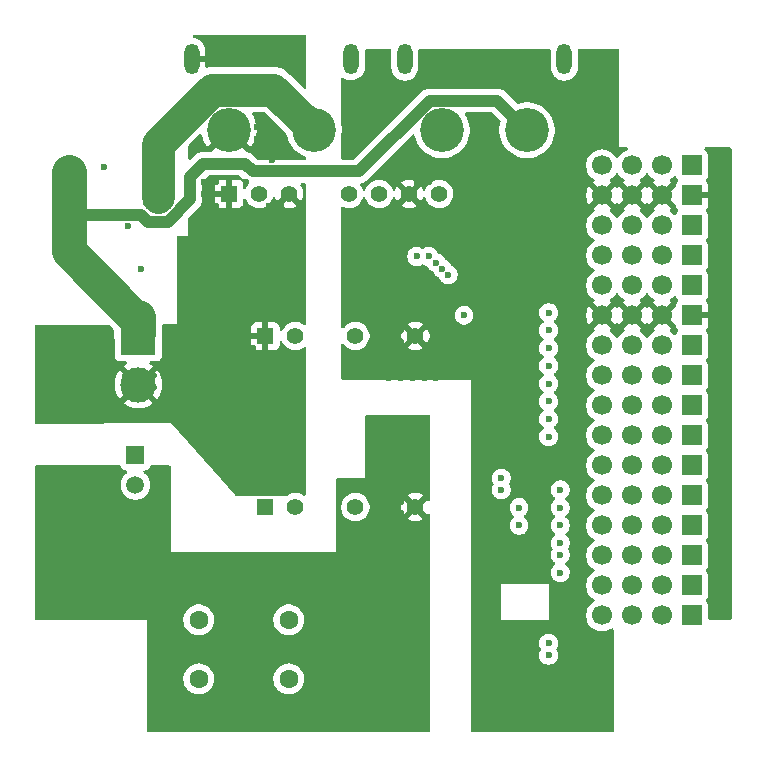
<source format=gbl>
%TF.GenerationSoftware,KiCad,Pcbnew,9.0.4*%
%TF.CreationDate,2025-11-06T05:08:32+09:00*%
%TF.ProjectId,CAN_Isolation_mini,43414e5f-4973-46f6-9c61-74696f6e5f6d,Ver.1.1*%
%TF.SameCoordinates,Original*%
%TF.FileFunction,Copper,L4,Bot*%
%TF.FilePolarity,Positive*%
%FSLAX46Y46*%
G04 Gerber Fmt 4.6, Leading zero omitted, Abs format (unit mm)*
G04 Created by KiCad (PCBNEW 9.0.4) date 2025-11-06 05:08:32*
%MOMM*%
%LPD*%
G01*
G04 APERTURE LIST*
%TA.AperFunction,ComponentPad*%
%ADD10R,1.700000X1.700000*%
%TD*%
%TA.AperFunction,ComponentPad*%
%ADD11C,1.700000*%
%TD*%
%TA.AperFunction,ComponentPad*%
%ADD12R,3.000000X3.000000*%
%TD*%
%TA.AperFunction,ComponentPad*%
%ADD13C,3.000000*%
%TD*%
%TA.AperFunction,ComponentPad*%
%ADD14C,1.600000*%
%TD*%
%TA.AperFunction,ComponentPad*%
%ADD15C,3.716000*%
%TD*%
%TA.AperFunction,ComponentPad*%
%ADD16O,1.300000X2.600000*%
%TD*%
%TA.AperFunction,ComponentPad*%
%ADD17R,1.397000X1.397000*%
%TD*%
%TA.AperFunction,ComponentPad*%
%ADD18C,1.397000*%
%TD*%
%TA.AperFunction,ComponentPad*%
%ADD19R,1.508000X1.508000*%
%TD*%
%TA.AperFunction,ComponentPad*%
%ADD20C,1.508000*%
%TD*%
%TA.AperFunction,ViaPad*%
%ADD21C,0.600000*%
%TD*%
%TA.AperFunction,Conductor*%
%ADD22C,1.000000*%
%TD*%
%TA.AperFunction,Conductor*%
%ADD23C,3.000000*%
%TD*%
%TA.AperFunction,Conductor*%
%ADD24C,0.400000*%
%TD*%
%TA.AperFunction,Conductor*%
%ADD25C,1.200000*%
%TD*%
%TA.AperFunction,Conductor*%
%ADD26C,2.800000*%
%TD*%
G04 APERTURE END LIST*
D10*
%TO.P,J6,1,Pin_1*%
%TO.N,unconnected-(J6-Pin_1-Pad1)*%
X144810000Y-89500000D03*
D11*
%TO.P,J6,2,Pin_2*%
%TO.N,unconnected-(J6-Pin_2-Pad2)*%
X142270000Y-89500000D03*
%TO.P,J6,3,Pin_3*%
%TO.N,unconnected-(J6-Pin_3-Pad3)*%
X139730000Y-89500000D03*
%TO.P,J6,4,Pin_4*%
%TO.N,unconnected-(J6-Pin_4-Pad4)*%
X137190000Y-89500000D03*
%TD*%
D10*
%TO.P,J3,1,Pin_1*%
%TO.N,GND_VP*%
X144810000Y-81880000D03*
D11*
%TO.P,J3,2,Pin_2*%
X142270000Y-81880000D03*
%TO.P,J3,3,Pin_3*%
X139730000Y-81880000D03*
%TO.P,J3,4,Pin_4*%
X137190000Y-81880000D03*
%TD*%
D10*
%TO.P,J8,1,Pin_1*%
%TO.N,+5VP*%
X144810000Y-94580000D03*
D11*
%TO.P,J8,2,Pin_2*%
X142270000Y-94580000D03*
%TO.P,J8,3,Pin_3*%
X139730000Y-94580000D03*
%TO.P,J8,4,Pin_4*%
X137190000Y-94580000D03*
%TD*%
D12*
%TO.P,X1,1*%
%TO.N,BAT_12V*%
X97922500Y-93930000D03*
D13*
%TO.P,X1,2*%
%TO.N,BAT_GND*%
X97922500Y-97890000D03*
%TD*%
D10*
%TO.P,J11,1,Pin_1*%
%TO.N,CAN_LED*%
X144810000Y-102200000D03*
D11*
%TO.P,J11,2,Pin_2*%
X142270000Y-102200000D03*
%TO.P,J11,3,Pin_3*%
X139730000Y-102200000D03*
%TO.P,J11,4,Pin_4*%
X137190000Y-102200000D03*
%TD*%
D10*
%TO.P,J17,1,Pin_1*%
%TO.N,unconnected-(J17-Pin_1-Pad1)*%
X144810000Y-117440000D03*
D11*
%TO.P,J17,2,Pin_2*%
%TO.N,unconnected-(J17-Pin_2-Pad2)*%
X142270000Y-117440000D03*
%TO.P,J17,3,Pin_3*%
%TO.N,unconnected-(J17-Pin_3-Pad3)*%
X139730000Y-117440000D03*
%TO.P,J17,4,Pin_4*%
%TO.N,unconnected-(J17-Pin_4-Pad4)*%
X137190000Y-117440000D03*
%TD*%
D10*
%TO.P,J15,1,Pin_1*%
%TO.N,CAN_SCK*%
X144810000Y-112360000D03*
D11*
%TO.P,J15,2,Pin_2*%
X142270000Y-112360000D03*
%TO.P,J15,3,Pin_3*%
X139730000Y-112360000D03*
%TO.P,J15,4,Pin_4*%
X137190000Y-112360000D03*
%TD*%
D10*
%TO.P,J13,1,Pin_1*%
%TO.N,CAN_SDO*%
X144810000Y-107280000D03*
D11*
%TO.P,J13,2,Pin_2*%
X142270000Y-107280000D03*
%TO.P,J13,3,Pin_3*%
X139730000Y-107280000D03*
%TO.P,J13,4,Pin_4*%
X137190000Y-107280000D03*
%TD*%
D14*
%TO.P,R12,1*%
%TO.N,Net-(C12-Pad1)*%
X103037095Y-117809000D03*
%TO.P,R12,2*%
%TO.N,CAN_L*%
X110657095Y-117809000D03*
%TD*%
D15*
%TO.P,J21,1,1*%
%TO.N,Net-(D3-PadC)*%
X112801000Y-76327000D03*
%TO.P,J21,2,2*%
%TO.N,BAT_GND*%
X105601000Y-76327000D03*
D16*
%TO.P,J21,S1,SHIELD*%
X115951000Y-70327000D03*
%TO.P,J21,S2,SHIELD*%
X102451000Y-70327000D03*
%TD*%
D10*
%TO.P,J16,1,Pin_1*%
%TO.N,unconnected-(J16-Pin_1-Pad1)*%
X144810000Y-114900000D03*
D11*
%TO.P,J16,2,Pin_2*%
%TO.N,unconnected-(J16-Pin_2-Pad2)*%
X142270000Y-114900000D03*
%TO.P,J16,3,Pin_3*%
%TO.N,unconnected-(J16-Pin_3-Pad3)*%
X139730000Y-114900000D03*
%TO.P,J16,4,Pin_4*%
%TO.N,unconnected-(J16-Pin_4-Pad4)*%
X137190000Y-114900000D03*
%TD*%
D10*
%TO.P,J7,1,Pin_1*%
%TO.N,GND_VP*%
X144810000Y-92040000D03*
D11*
%TO.P,J7,2,Pin_2*%
X142270000Y-92040000D03*
%TO.P,J7,3,Pin_3*%
X139730000Y-92040000D03*
%TO.P,J7,4,Pin_4*%
X137190000Y-92040000D03*
%TD*%
D10*
%TO.P,J10,1,Pin_1*%
%TO.N,unconnected-(J10-Pin_1-Pad1)*%
X144810000Y-99660000D03*
D11*
%TO.P,J10,2,Pin_2*%
%TO.N,unconnected-(J10-Pin_2-Pad2)*%
X142270000Y-99660000D03*
%TO.P,J10,3,Pin_3*%
%TO.N,unconnected-(J10-Pin_3-Pad3)*%
X139730000Y-99660000D03*
%TO.P,J10,4,Pin_4*%
%TO.N,unconnected-(J10-Pin_4-Pad4)*%
X137190000Y-99660000D03*
%TD*%
D17*
%TO.P,U3,1,-VIN*%
%TO.N,BAT_GND*%
X108680095Y-93785000D03*
D18*
%TO.P,U3,2,+VIN*%
%TO.N,BAT_12V*%
X111220095Y-93785000D03*
%TO.P,U3,3,+VOUT*%
%TO.N,+3.3VP*%
X116300095Y-93785000D03*
%TO.P,U3,4,-VOUT*%
%TO.N,GND_VP*%
X121380095Y-93785000D03*
%TD*%
D17*
%TO.P,U4,1,-VIN*%
%TO.N,BAT_GND*%
X108680095Y-108285000D03*
D18*
%TO.P,U4,2,+VIN*%
%TO.N,BAT_12V*%
X111220095Y-108285000D03*
%TO.P,U4,3,+VOUT*%
%TO.N,+5VCAN*%
X116300095Y-108285000D03*
%TO.P,U4,4,-VOUT*%
%TO.N,GND_5VCAN*%
X121380095Y-108285000D03*
%TD*%
D10*
%TO.P,J9,1,Pin_1*%
%TO.N,unconnected-(J9-Pin_1-Pad1)*%
X144810000Y-97120000D03*
D11*
%TO.P,J9,2,Pin_2*%
%TO.N,unconnected-(J9-Pin_2-Pad2)*%
X142270000Y-97120000D03*
%TO.P,J9,3,Pin_3*%
%TO.N,unconnected-(J9-Pin_3-Pad3)*%
X139730000Y-97120000D03*
%TO.P,J9,4,Pin_4*%
%TO.N,unconnected-(J9-Pin_4-Pad4)*%
X137190000Y-97120000D03*
%TD*%
D17*
%TO.P,U7,1,-VIN*%
%TO.N,BAT_GND*%
X105608000Y-81741000D03*
D18*
%TO.P,U7,2,+VIN*%
%TO.N,BAT_12V*%
X108148000Y-81741000D03*
%TO.P,U7,3,RC*%
%TO.N,BAT_GND*%
X110688000Y-81741000D03*
%TO.P,U7,5,NC*%
%TO.N,unconnected-(U7-NC-Pad5)*%
X115768000Y-81741000D03*
%TO.P,U7,6,+VOUT*%
%TO.N,+5VP*%
X118308000Y-81741000D03*
%TO.P,U7,7,-VOUT*%
%TO.N,GND_VP*%
X120848000Y-81741000D03*
%TO.P,U7,8,NC*%
%TO.N,unconnected-(U7-NC-Pad8)*%
X123388000Y-81741000D03*
%TD*%
D14*
%TO.P,R11,1*%
%TO.N,CAN_H*%
X110657095Y-122809000D03*
%TO.P,R11,2*%
%TO.N,Net-(C12-Pad1)*%
X103037095Y-122809000D03*
%TD*%
D10*
%TO.P,J2,1,Pin_1*%
%TO.N,unconnected-(J2-Pin_1-Pad1)*%
X144810000Y-79340000D03*
D11*
%TO.P,J2,2,Pin_2*%
%TO.N,unconnected-(J2-Pin_2-Pad2)*%
X142270000Y-79340000D03*
%TO.P,J2,3,Pin_3*%
%TO.N,unconnected-(J2-Pin_3-Pad3)*%
X139730000Y-79340000D03*
%TO.P,J2,4,Pin_4*%
%TO.N,unconnected-(J2-Pin_4-Pad4)*%
X137190000Y-79340000D03*
%TD*%
D10*
%TO.P,J5,1,Pin_1*%
%TO.N,unconnected-(J5-Pin_1-Pad1)*%
X144810000Y-86960000D03*
D11*
%TO.P,J5,2,Pin_2*%
%TO.N,unconnected-(J5-Pin_2-Pad2)*%
X142270000Y-86960000D03*
%TO.P,J5,3,Pin_3*%
%TO.N,unconnected-(J5-Pin_3-Pad3)*%
X139730000Y-86960000D03*
%TO.P,J5,4,Pin_4*%
%TO.N,unconnected-(J5-Pin_4-Pad4)*%
X137190000Y-86960000D03*
%TD*%
D10*
%TO.P,J14,1,Pin_1*%
%TO.N,CAN_SDI*%
X144810000Y-109820000D03*
D11*
%TO.P,J14,2,Pin_2*%
X142270000Y-109820000D03*
%TO.P,J14,3,Pin_3*%
X139730000Y-109820000D03*
%TO.P,J14,4,Pin_4*%
X137190000Y-109820000D03*
%TD*%
D10*
%TO.P,J4,1,Pin_1*%
%TO.N,+5VP*%
X144810000Y-84420000D03*
D11*
%TO.P,J4,2,Pin_2*%
X142270000Y-84420000D03*
%TO.P,J4,3,Pin_3*%
X139730000Y-84420000D03*
%TO.P,J4,4,Pin_4*%
X137190000Y-84420000D03*
%TD*%
D10*
%TO.P,J12,1,Pin_1*%
%TO.N,CAN_CS*%
X144810000Y-104740000D03*
D11*
%TO.P,J12,2,Pin_2*%
X142270000Y-104740000D03*
%TO.P,J12,3,Pin_3*%
X139730000Y-104740000D03*
%TO.P,J12,4,Pin_4*%
X137190000Y-104740000D03*
%TD*%
D19*
%TO.P,J1,1,1*%
%TO.N,CAN_H*%
X97680000Y-103900000D03*
D20*
%TO.P,J1,2,2*%
%TO.N,CAN_L*%
X97680000Y-106400000D03*
%TD*%
D15*
%TO.P,J22,1,1*%
%TO.N,BAT_12V*%
X130835000Y-76358000D03*
%TO.P,J22,2,2*%
%TO.N,BAT_GND*%
X123635000Y-76358000D03*
D16*
%TO.P,J22,S1,SHIELD*%
X133985000Y-70358000D03*
%TO.P,J22,S2,SHIELD*%
X120485000Y-70358000D03*
%TD*%
D21*
%TO.N,BAT_12V*%
X93091000Y-81788000D03*
X97282000Y-91948000D03*
X91821000Y-81788000D03*
X93091000Y-82550000D03*
X91186000Y-80264000D03*
X97282000Y-91059000D03*
X91186000Y-81026000D03*
X91821000Y-81026000D03*
X91821000Y-80264000D03*
X93091000Y-80264000D03*
X92456000Y-82550000D03*
X91186000Y-82550000D03*
X96647000Y-90297000D03*
X92456000Y-81788000D03*
X91186000Y-81788000D03*
X93091000Y-81026000D03*
X91821000Y-82550000D03*
X96266000Y-91948000D03*
X94615000Y-90297000D03*
X95250000Y-91059000D03*
X95631000Y-90297000D03*
X98298000Y-91948000D03*
X96266000Y-91059000D03*
X92456000Y-80264000D03*
X92456000Y-81026000D03*
%TO.N,BAT_GND*%
X110657095Y-97785000D03*
X109657095Y-102809000D03*
X93730000Y-96020000D03*
X107657095Y-95809000D03*
X110000000Y-89700000D03*
X110000000Y-91500000D03*
X108000000Y-77100000D03*
X111657095Y-97809000D03*
X106657095Y-101809000D03*
X108657095Y-98809000D03*
X109998000Y-82741000D03*
X94770000Y-100100000D03*
X106657095Y-98809000D03*
X106657095Y-97809000D03*
X106998000Y-86741000D03*
X95730000Y-96030000D03*
X109657095Y-98809000D03*
X107657095Y-100809000D03*
X108657095Y-103809000D03*
X110998000Y-86741000D03*
X92770000Y-100090000D03*
X103498000Y-85741000D03*
X108000000Y-76100000D03*
X103498000Y-83741000D03*
X108657095Y-95809000D03*
X95730000Y-97110000D03*
X109657095Y-105809000D03*
X108657095Y-96809000D03*
X94770000Y-97100000D03*
X107657095Y-106809000D03*
X109200000Y-77100000D03*
X109657095Y-104809000D03*
X93730000Y-99100000D03*
X107657095Y-96809000D03*
X96730000Y-100110000D03*
X108000000Y-75100000D03*
X106657095Y-100809000D03*
X108657095Y-105809000D03*
X106998000Y-85741000D03*
X109200000Y-78000000D03*
X94770000Y-98100000D03*
X92770000Y-98090000D03*
X108657095Y-106809000D03*
X103498000Y-86741000D03*
X109200000Y-78900000D03*
X110657095Y-100809000D03*
X108000000Y-91500000D03*
X110657095Y-96809000D03*
X107998000Y-85741000D03*
X95730000Y-100110000D03*
X108657095Y-99809000D03*
X111657095Y-102809000D03*
X95730000Y-98110000D03*
X108998000Y-84741000D03*
X110657095Y-103809000D03*
X92770000Y-97090000D03*
X93730000Y-100100000D03*
X107998000Y-84741000D03*
X104498000Y-86741000D03*
X111657095Y-103809000D03*
X109998000Y-87741000D03*
X109657095Y-103809000D03*
X109998000Y-84741000D03*
X111657095Y-96809000D03*
X107000000Y-91500000D03*
X109000000Y-89700000D03*
X107657095Y-102809000D03*
X108657095Y-101809000D03*
X104498000Y-83741000D03*
X108657095Y-100809000D03*
X109998000Y-83741000D03*
X109657095Y-101809000D03*
X110657095Y-98809000D03*
X107657095Y-98809000D03*
X107998000Y-88741000D03*
X109000000Y-91500000D03*
X103498000Y-84741000D03*
X94770000Y-96020000D03*
X104498000Y-81741000D03*
X106998000Y-80741000D03*
X111000000Y-91500000D03*
X111000000Y-89700000D03*
X106657095Y-103809000D03*
X111657095Y-98809000D03*
X94770000Y-99100000D03*
X108000000Y-89700000D03*
X103498000Y-80741000D03*
X108657095Y-97809000D03*
X111657095Y-105809000D03*
X108657095Y-104809000D03*
X109201000Y-76100000D03*
X108998000Y-83741000D03*
X107657095Y-103809000D03*
X106657095Y-95809000D03*
X109657095Y-96809000D03*
X109657095Y-95809000D03*
X109657095Y-106809000D03*
X107657095Y-104809000D03*
X111657095Y-95809000D03*
X110998000Y-88741000D03*
X107657095Y-105809000D03*
X108000000Y-78000000D03*
X106998000Y-84741000D03*
X108998000Y-86741000D03*
X103498000Y-81741000D03*
X109657095Y-100809000D03*
X108998000Y-87741000D03*
X104498000Y-85741000D03*
X110657095Y-104809000D03*
X108998000Y-82741000D03*
X110657095Y-102809000D03*
X92770000Y-96010000D03*
X109998000Y-86741000D03*
X104498000Y-87741000D03*
X104498000Y-82741000D03*
X92770000Y-99090000D03*
X106998000Y-83741000D03*
X104498000Y-84741000D03*
X110657095Y-95809000D03*
X110000000Y-90600000D03*
X110998000Y-85741000D03*
X99230000Y-100110000D03*
X110657095Y-99809000D03*
X107657095Y-101809000D03*
X109657095Y-97809000D03*
X109998000Y-85741000D03*
X95730000Y-99110000D03*
X111657095Y-106809000D03*
X110998000Y-83741000D03*
X106657095Y-105809000D03*
X110657095Y-105809000D03*
X108998000Y-85741000D03*
X111657095Y-101809000D03*
X107000000Y-90600000D03*
X110657095Y-101809000D03*
X106657095Y-102809000D03*
X107657095Y-97809000D03*
X107998000Y-87741000D03*
X106998000Y-88741000D03*
X104498000Y-88741000D03*
X111657095Y-104809000D03*
X111000000Y-90600000D03*
X104498000Y-80741000D03*
X108657095Y-102809000D03*
X111657095Y-100809000D03*
X106657095Y-104809000D03*
X107000000Y-89700000D03*
X107998000Y-83741000D03*
X106657095Y-106809000D03*
X109657095Y-99809000D03*
X109998000Y-88741000D03*
X109000000Y-90600000D03*
X93730000Y-97100000D03*
X110998000Y-87741000D03*
X107657095Y-94809000D03*
X110657095Y-106809000D03*
X106657095Y-99809000D03*
X97730000Y-100110000D03*
X108000000Y-90600000D03*
X103498000Y-87741000D03*
X111657095Y-99809000D03*
X107998000Y-86741000D03*
X106657095Y-96809000D03*
X103498000Y-82741000D03*
X110998000Y-84741000D03*
X106998000Y-82741000D03*
X107657095Y-99809000D03*
X93730000Y-98100000D03*
X106998000Y-87741000D03*
X106657095Y-94809000D03*
X108998000Y-88741000D03*
%TO.N,GND_5VCAN*%
X120157095Y-110809000D03*
X113157095Y-117809000D03*
X111157095Y-112809000D03*
X118157095Y-117809000D03*
X97657095Y-114294905D03*
X115157095Y-112809000D03*
X99600000Y-109300000D03*
X96657095Y-109294905D03*
X107157095Y-113809000D03*
X116157095Y-111809000D03*
X95657095Y-111294905D03*
X122157095Y-109809000D03*
X97657095Y-113294905D03*
X122157095Y-114809000D03*
X97657095Y-117294905D03*
X120157095Y-112809000D03*
X95657095Y-112294905D03*
X97657095Y-108294905D03*
X121157095Y-109809000D03*
X117157095Y-112809000D03*
X108157095Y-112809000D03*
X118157095Y-114809000D03*
X94657095Y-110294905D03*
X122157095Y-110809000D03*
X118157095Y-115809000D03*
X108157095Y-113809000D03*
X118157095Y-105809000D03*
X93700000Y-112320000D03*
X120157095Y-105809000D03*
X97657095Y-109294905D03*
X106157095Y-112809000D03*
X113157095Y-115809000D03*
X122157095Y-113809000D03*
X95657095Y-114294905D03*
X113157095Y-112809000D03*
X96657095Y-110294905D03*
X96657095Y-115294905D03*
X96657095Y-113294905D03*
X103157095Y-112809000D03*
X119157095Y-116809000D03*
X119157095Y-105809000D03*
X96657095Y-117294905D03*
X117157095Y-117809000D03*
X102157095Y-112809000D03*
X114157095Y-112809000D03*
X99657095Y-116294905D03*
X94657095Y-114294905D03*
X114157095Y-117809000D03*
X93700000Y-115290000D03*
X93657095Y-110294905D03*
X115157095Y-115809000D03*
X94657095Y-109294905D03*
X121157095Y-111809000D03*
X114157095Y-114809000D03*
X95657095Y-113294905D03*
X98600000Y-109300000D03*
X120157095Y-109809000D03*
X119157095Y-111809000D03*
X114157095Y-113809000D03*
X112157095Y-113809000D03*
X111157095Y-115809000D03*
X96657095Y-111294905D03*
X109157095Y-112809000D03*
X121157095Y-112809000D03*
X100657095Y-119294905D03*
X96657095Y-114294905D03*
X120157095Y-108809000D03*
X98600000Y-108300000D03*
X115157095Y-110809000D03*
X121157095Y-114809000D03*
X117157095Y-114809000D03*
X96657095Y-116294905D03*
X94657095Y-108294905D03*
X111157095Y-114809000D03*
X93650000Y-108290000D03*
X117157095Y-116809000D03*
X116157095Y-114809000D03*
X95657095Y-115294905D03*
X112157095Y-115809000D03*
X93650000Y-109320000D03*
X115157095Y-109809000D03*
X100657095Y-120294905D03*
X97657095Y-111294905D03*
X97657095Y-110294905D03*
X105157095Y-112809000D03*
X114157095Y-116809000D03*
X114157095Y-115809000D03*
X94650000Y-116310000D03*
X94657095Y-113294905D03*
X122157095Y-112809000D03*
X99657095Y-114294905D03*
X93657095Y-106294905D03*
X121157095Y-113809000D03*
X120157095Y-111809000D03*
X120157095Y-113809000D03*
X93690000Y-111290000D03*
X118157095Y-106809000D03*
X112157095Y-112809000D03*
X119157095Y-107809000D03*
X95657095Y-109294905D03*
X118157095Y-110809000D03*
X93657095Y-107294905D03*
X104157095Y-112809000D03*
X122157095Y-111809000D03*
X113157095Y-114809000D03*
X118157095Y-107809000D03*
X113157095Y-113809000D03*
X117157095Y-111809000D03*
X105157095Y-113809000D03*
X119157095Y-113809000D03*
X119157095Y-112809000D03*
X102157095Y-113809000D03*
X95657095Y-106294905D03*
X120157095Y-107809000D03*
X97657095Y-112294905D03*
X117157095Y-110809000D03*
X99600000Y-108300000D03*
X95657095Y-107294905D03*
X94657095Y-106294905D03*
X99657095Y-118294905D03*
X115157095Y-117809000D03*
X103157095Y-113809000D03*
X94657095Y-112294905D03*
X116157095Y-116809000D03*
X99657095Y-119294905D03*
X96657095Y-112294905D03*
X118157095Y-116809000D03*
X116157095Y-112809000D03*
X116157095Y-113809000D03*
X119157095Y-109809000D03*
X121157095Y-110809000D03*
X107157095Y-112809000D03*
X111157095Y-113809000D03*
X96657095Y-108294905D03*
X98657095Y-114294905D03*
X119157095Y-110809000D03*
X118157095Y-109809000D03*
X94657095Y-115294905D03*
X110157095Y-112809000D03*
X110157095Y-114809000D03*
X120157095Y-114809000D03*
X118157095Y-112809000D03*
X109157095Y-113809000D03*
X115157095Y-111809000D03*
X95657095Y-116294905D03*
X115157095Y-116809000D03*
X119157095Y-114809000D03*
X93657095Y-114294905D03*
X116157095Y-109809000D03*
X94657095Y-111294905D03*
X117157095Y-115809000D03*
X116157095Y-110809000D03*
X116157095Y-117809000D03*
X120157095Y-106809000D03*
X118157095Y-108809000D03*
X99657095Y-120294905D03*
X119157095Y-115809000D03*
X117157095Y-113809000D03*
X98657095Y-115294905D03*
X118157095Y-113809000D03*
X97657095Y-115294905D03*
X117157095Y-109809000D03*
X93670000Y-113310000D03*
X113157095Y-116809000D03*
X94657095Y-107294905D03*
X115157095Y-114809000D03*
X104157095Y-113809000D03*
X98657095Y-116294905D03*
X119157095Y-106809000D03*
X118157095Y-111809000D03*
X98657095Y-113294905D03*
X112157095Y-114809000D03*
X106157095Y-113809000D03*
X116157095Y-115809000D03*
X115157095Y-113809000D03*
X95657095Y-110294905D03*
X119157095Y-108809000D03*
X110157095Y-113809000D03*
X95657095Y-108294905D03*
X97657095Y-116294905D03*
%TO.N,CAN_CS*%
X133657095Y-106809000D03*
X132657095Y-102309000D03*
%TO.N,CAN_SDO*%
X133657095Y-108309000D03*
X132657095Y-100809000D03*
%TO.N,CAN_SDI*%
X133657095Y-109809000D03*
X132657095Y-99309000D03*
%TO.N,CAN_SCK*%
X132657095Y-97809000D03*
X133657095Y-111309000D03*
%TO.N,CAN_GPIO0*%
X132657095Y-96309000D03*
X133657095Y-112309000D03*
%TO.N,CAN_GPIO1*%
X133657095Y-113809000D03*
X132657095Y-94809000D03*
%TO.N,CAN_CLK*%
X130157095Y-108309000D03*
X132657095Y-91809000D03*
%TO.N,CAN_INT*%
X132657095Y-93309000D03*
X130157095Y-109809000D03*
%TO.N,Net-(U1-RXCAN)*%
X128657095Y-106809000D03*
X132657095Y-119809000D03*
%TO.N,Net-(U1-TXCAN)*%
X128657095Y-105809000D03*
X132657095Y-120809000D03*
%TO.N,CAN_LED*%
X94996000Y-79502000D03*
%TO.N,GND_VP*%
X122157095Y-96309000D03*
X119157095Y-97309000D03*
X121157095Y-91309000D03*
X133000000Y-80514095D03*
X125492000Y-84239000D03*
X123157095Y-97309000D03*
X127657095Y-119309000D03*
X122157095Y-92309000D03*
X125498000Y-81741000D03*
X118157095Y-95309000D03*
X126657095Y-120309000D03*
X120157095Y-96309000D03*
X130157095Y-104809000D03*
X134000000Y-123514095D03*
X128657095Y-119309000D03*
X128657095Y-103809000D03*
X122498000Y-85241000D03*
X120498000Y-79741000D03*
X122157095Y-97309000D03*
X121157095Y-95309000D03*
X128157095Y-104309000D03*
X124500000Y-84250000D03*
X121498000Y-85241000D03*
X123157095Y-93309000D03*
X127657095Y-118309000D03*
X126657095Y-119309000D03*
X121498000Y-79741000D03*
X125498000Y-80741000D03*
X128157095Y-103309000D03*
X127657095Y-116309000D03*
X120157095Y-91309000D03*
X126657095Y-114309000D03*
X127657095Y-103809000D03*
X134000000Y-124514095D03*
X123498000Y-79741000D03*
X120157095Y-92309000D03*
X124500000Y-85250000D03*
X119157095Y-93309000D03*
X123498000Y-83241000D03*
X122498000Y-80741000D03*
X120498000Y-84241000D03*
X123157095Y-92309000D03*
X127657095Y-120309000D03*
X119157095Y-94309000D03*
X127657095Y-114309000D03*
X120498000Y-83241000D03*
X119157095Y-96309000D03*
X125492000Y-85239000D03*
X118157095Y-92309000D03*
X122157095Y-91309000D03*
X125498000Y-79741000D03*
X121157095Y-97309000D03*
X118157095Y-93309000D03*
X127657095Y-115309000D03*
X133000000Y-124514095D03*
X132000000Y-125514095D03*
X122498000Y-83241000D03*
X127657095Y-117309000D03*
X137000000Y-77000000D03*
X118157095Y-96309000D03*
X124498000Y-80741000D03*
X122157095Y-95309000D03*
X122498000Y-79741000D03*
X133000000Y-123514095D03*
X119157095Y-95309000D03*
X121157095Y-92309000D03*
X134000000Y-125514095D03*
X131000000Y-80514095D03*
X123157095Y-96309000D03*
X121498000Y-83241000D03*
X121498000Y-84241000D03*
X126657095Y-116309000D03*
X118157095Y-94309000D03*
X134000000Y-80514095D03*
X133000000Y-125514095D03*
X126657095Y-117309000D03*
X130000000Y-80514095D03*
X124498000Y-83241000D03*
X123157095Y-95309000D03*
X121498000Y-80741000D03*
X120157095Y-94309000D03*
X127657095Y-121309000D03*
X120157095Y-95309000D03*
X121157095Y-96309000D03*
X126657095Y-115309000D03*
X118157095Y-91309000D03*
X136000000Y-77000000D03*
X128657095Y-121309000D03*
X132000000Y-80514095D03*
X120157095Y-97309000D03*
X119157095Y-92309000D03*
X129157095Y-104809000D03*
X135000000Y-80514095D03*
X124498000Y-79741000D03*
X123498000Y-85241000D03*
X123157095Y-91309000D03*
X126657095Y-121309000D03*
X119157095Y-91309000D03*
X128657095Y-120309000D03*
X125490000Y-83230000D03*
X126657095Y-118309000D03*
X123157095Y-94309000D03*
X120157095Y-93309000D03*
X98171000Y-88138000D03*
X123498000Y-84241000D03*
X122498000Y-84241000D03*
X138000000Y-77000000D03*
%TO.N,+3.3VP*%
X125500000Y-92014095D03*
X97028000Y-84455000D03*
%TO.N,+5VP*%
X124160500Y-88578500D03*
X123660500Y-88078500D03*
X122498000Y-87051000D03*
X121498000Y-87051000D03*
X123160500Y-87578500D03*
%TO.N,Net-(D3-PadC)*%
X100457000Y-81661000D03*
X99822000Y-81661000D03*
X98552000Y-82423000D03*
X99822000Y-80137000D03*
X98552000Y-80137000D03*
X99187000Y-82423000D03*
X98552000Y-80899000D03*
X99187000Y-81661000D03*
X99187000Y-80137000D03*
X99822000Y-82423000D03*
X100457000Y-80137000D03*
X98552000Y-81661000D03*
X100457000Y-82423000D03*
X99187000Y-80899000D03*
X99822000Y-80899000D03*
X100457000Y-80899000D03*
%TD*%
D22*
%TO.N,BAT_12V*%
X128323600Y-73846600D02*
X122594744Y-73846600D01*
D23*
X92075000Y-86614000D02*
X92075000Y-83610000D01*
D22*
X98717454Y-84095400D02*
X98123654Y-83501600D01*
X102330000Y-82183946D02*
X100418546Y-84095400D01*
X103430000Y-79190000D02*
X102330000Y-80290000D01*
X92183400Y-83501600D02*
X92075000Y-83610000D01*
X122594744Y-73846600D02*
X116587944Y-79853400D01*
X100418546Y-84095400D02*
X98717454Y-84095400D01*
D23*
X97595905Y-92134905D02*
X92075000Y-86614000D01*
D22*
X102330000Y-80290000D02*
X102330000Y-82183946D01*
D23*
X97857095Y-92134905D02*
X97595905Y-92134905D01*
D22*
X116587944Y-79853400D02*
X107605088Y-79853400D01*
X130835000Y-76358000D02*
X128323600Y-73846600D01*
D23*
X92075000Y-83610000D02*
X92075000Y-79883000D01*
D22*
X106941688Y-79190000D02*
X103430000Y-79190000D01*
D23*
X97857095Y-93544905D02*
X97857095Y-92134905D01*
D22*
X98123654Y-83501600D02*
X92183400Y-83501600D01*
X107605088Y-79853400D02*
X106941688Y-79190000D01*
D24*
%TO.N,BAT_GND*%
X97930000Y-97860000D02*
X98980000Y-97860000D01*
D25*
X108680095Y-108285000D02*
X108680095Y-108332000D01*
D24*
X98980000Y-97860000D02*
X99230000Y-98110000D01*
X97930000Y-97860000D02*
X98480000Y-97860000D01*
X97930000Y-97860000D02*
X97480000Y-97860000D01*
X97930000Y-97860000D02*
X96980000Y-97860000D01*
D25*
X108680095Y-108285000D02*
X108681095Y-108285000D01*
D24*
X97480000Y-97860000D02*
X96730000Y-97110000D01*
X96980000Y-97860000D02*
X96730000Y-98110000D01*
X98480000Y-97860000D02*
X99230000Y-97110000D01*
D26*
%TO.N,Net-(D3-PadC)*%
X112776000Y-76327000D02*
X112801000Y-76327000D01*
X99568000Y-82042000D02*
X99568000Y-77535551D01*
X104187951Y-72915600D02*
X109364600Y-72915600D01*
X99568000Y-77535551D02*
X104187951Y-72915600D01*
X109364600Y-72915600D02*
X112776000Y-76327000D01*
%TD*%
%TA.AperFunction,Conductor*%
%TO.N,BAT_GND*%
G36*
X106542945Y-80210185D02*
G01*
X106563586Y-80226818D01*
X106827948Y-80491181D01*
X106827949Y-80491182D01*
X106935912Y-80599145D01*
X106967307Y-80630540D01*
X107077877Y-80704420D01*
X107131174Y-80740032D01*
X107187761Y-80763471D01*
X107242163Y-80807310D01*
X107264229Y-80873604D01*
X107246951Y-80941303D01*
X107234614Y-80958544D01*
X107233464Y-80959890D01*
X107122523Y-81112586D01*
X107040985Y-81272614D01*
X106993010Y-81323410D01*
X106925189Y-81340205D01*
X106859054Y-81317668D01*
X106815603Y-81262952D01*
X106806500Y-81216319D01*
X106806500Y-80994672D01*
X106806499Y-80994655D01*
X106800098Y-80935127D01*
X106800096Y-80935120D01*
X106749854Y-80800413D01*
X106749850Y-80800406D01*
X106663690Y-80685312D01*
X106663687Y-80685309D01*
X106548593Y-80599149D01*
X106548586Y-80599145D01*
X106413879Y-80548903D01*
X106413872Y-80548901D01*
X106354344Y-80542500D01*
X105858000Y-80542500D01*
X105858000Y-81372072D01*
X105779571Y-81326792D01*
X105666520Y-81296500D01*
X105549480Y-81296500D01*
X105436429Y-81326792D01*
X105358000Y-81372072D01*
X105358000Y-80542500D01*
X104861655Y-80542500D01*
X104802127Y-80548901D01*
X104802120Y-80548903D01*
X104667413Y-80599145D01*
X104667406Y-80599149D01*
X104552312Y-80685309D01*
X104552309Y-80685312D01*
X104466149Y-80800406D01*
X104466145Y-80800413D01*
X104415903Y-80935120D01*
X104415901Y-80935127D01*
X104409500Y-80994655D01*
X104409500Y-81491000D01*
X105239073Y-81491000D01*
X105193792Y-81569429D01*
X105163500Y-81682480D01*
X105163500Y-81799520D01*
X105193792Y-81912571D01*
X105239073Y-81991000D01*
X104409500Y-81991000D01*
X104409500Y-82487344D01*
X104415901Y-82546872D01*
X104415903Y-82546879D01*
X104466145Y-82681586D01*
X104466149Y-82681593D01*
X104552309Y-82796687D01*
X104552312Y-82796690D01*
X104667406Y-82882850D01*
X104667413Y-82882854D01*
X104802120Y-82933096D01*
X104802127Y-82933098D01*
X104861655Y-82939499D01*
X104861672Y-82939500D01*
X105358000Y-82939500D01*
X105358000Y-82109927D01*
X105436429Y-82155208D01*
X105549480Y-82185500D01*
X105666520Y-82185500D01*
X105779571Y-82155208D01*
X105858000Y-82109927D01*
X105858000Y-82939500D01*
X106354328Y-82939500D01*
X106354344Y-82939499D01*
X106413872Y-82933098D01*
X106413879Y-82933096D01*
X106548586Y-82882854D01*
X106548593Y-82882850D01*
X106663687Y-82796690D01*
X106663690Y-82796687D01*
X106749850Y-82681593D01*
X106749854Y-82681586D01*
X106800096Y-82546879D01*
X106800098Y-82546872D01*
X106806499Y-82487344D01*
X106806500Y-82487327D01*
X106806500Y-82265680D01*
X106826185Y-82198641D01*
X106878989Y-82152886D01*
X106948147Y-82142942D01*
X107011703Y-82171967D01*
X107040984Y-82209384D01*
X107122523Y-82369413D01*
X107233454Y-82522096D01*
X107366904Y-82655546D01*
X107519587Y-82766477D01*
X107687744Y-82852157D01*
X107867233Y-82910477D01*
X107937134Y-82921548D01*
X108053632Y-82940000D01*
X108053637Y-82940000D01*
X108242368Y-82940000D01*
X108345920Y-82923598D01*
X108428767Y-82910477D01*
X108608256Y-82852157D01*
X108776413Y-82766477D01*
X108929096Y-82655546D01*
X109062546Y-82522096D01*
X109173477Y-82369413D01*
X109259157Y-82201256D01*
X109300333Y-82074529D01*
X109339768Y-82016858D01*
X109404127Y-81989659D01*
X109472973Y-82001573D01*
X109524449Y-82048817D01*
X109536193Y-82074533D01*
X109577304Y-82201061D01*
X109577305Y-82201063D01*
X109662952Y-82369153D01*
X109681189Y-82394255D01*
X109681190Y-82394255D01*
X110250352Y-81825093D01*
X110273792Y-81912571D01*
X110332311Y-82013930D01*
X110415070Y-82096689D01*
X110516429Y-82155208D01*
X110603905Y-82178647D01*
X110034743Y-82747808D01*
X110034743Y-82747809D01*
X110059844Y-82766046D01*
X110227935Y-82851694D01*
X110227938Y-82851695D01*
X110407349Y-82909988D01*
X110593677Y-82939500D01*
X110782323Y-82939500D01*
X110968650Y-82909988D01*
X111148061Y-82851695D01*
X111148064Y-82851694D01*
X111316151Y-82766048D01*
X111341255Y-82747808D01*
X111341256Y-82747808D01*
X110772095Y-82178647D01*
X110859571Y-82155208D01*
X110960930Y-82096689D01*
X111043689Y-82013930D01*
X111102208Y-81912571D01*
X111125647Y-81825094D01*
X111694808Y-82394256D01*
X111694808Y-82394255D01*
X111713048Y-82369151D01*
X111798694Y-82201064D01*
X111798695Y-82201061D01*
X111856988Y-82021650D01*
X111886500Y-81835323D01*
X111886500Y-81646676D01*
X111856988Y-81460349D01*
X111798695Y-81280938D01*
X111798694Y-81280935D01*
X111713048Y-81112848D01*
X111667957Y-81050786D01*
X111644477Y-80984980D01*
X111660302Y-80916926D01*
X111710408Y-80868231D01*
X111768275Y-80853900D01*
X112033095Y-80853900D01*
X112100134Y-80873585D01*
X112145889Y-80926389D01*
X112157095Y-80977900D01*
X112157095Y-92740361D01*
X112137410Y-92807400D01*
X112084606Y-92853155D01*
X112015448Y-92863099D01*
X111960209Y-92840679D01*
X111953865Y-92836070D01*
X111848508Y-92759523D01*
X111789215Y-92729312D01*
X111680353Y-92673844D01*
X111680352Y-92673843D01*
X111680351Y-92673843D01*
X111500862Y-92615523D01*
X111500860Y-92615522D01*
X111500858Y-92615522D01*
X111314463Y-92586000D01*
X111314458Y-92586000D01*
X111125732Y-92586000D01*
X111125727Y-92586000D01*
X110939331Y-92615522D01*
X110759836Y-92673844D01*
X110591681Y-92759523D01*
X110542983Y-92794905D01*
X110438999Y-92870454D01*
X110438997Y-92870456D01*
X110438996Y-92870456D01*
X110305551Y-93003901D01*
X110305551Y-93003902D01*
X110305549Y-93003904D01*
X110257908Y-93069475D01*
X110194618Y-93156586D01*
X110113080Y-93316614D01*
X110065105Y-93367410D01*
X109997284Y-93384205D01*
X109931149Y-93361668D01*
X109887698Y-93306952D01*
X109878595Y-93260319D01*
X109878595Y-93038672D01*
X109878594Y-93038655D01*
X109872193Y-92979127D01*
X109872191Y-92979120D01*
X109821949Y-92844413D01*
X109821945Y-92844406D01*
X109735785Y-92729312D01*
X109735782Y-92729309D01*
X109620688Y-92643149D01*
X109620681Y-92643145D01*
X109485974Y-92592903D01*
X109485967Y-92592901D01*
X109426439Y-92586500D01*
X108930095Y-92586500D01*
X108930095Y-93416072D01*
X108851666Y-93370792D01*
X108738615Y-93340500D01*
X108621575Y-93340500D01*
X108508524Y-93370792D01*
X108430095Y-93416072D01*
X108430095Y-92586500D01*
X107933750Y-92586500D01*
X107874222Y-92592901D01*
X107874215Y-92592903D01*
X107739508Y-92643145D01*
X107739501Y-92643149D01*
X107624407Y-92729309D01*
X107624404Y-92729312D01*
X107538244Y-92844406D01*
X107538240Y-92844413D01*
X107487998Y-92979120D01*
X107487996Y-92979127D01*
X107481595Y-93038655D01*
X107481595Y-93535000D01*
X108311168Y-93535000D01*
X108265887Y-93613429D01*
X108235595Y-93726480D01*
X108235595Y-93843520D01*
X108265887Y-93956571D01*
X108311168Y-94035000D01*
X107481595Y-94035000D01*
X107481595Y-94531344D01*
X107487996Y-94590872D01*
X107487998Y-94590879D01*
X107538240Y-94725586D01*
X107538244Y-94725593D01*
X107624404Y-94840687D01*
X107624407Y-94840690D01*
X107739501Y-94926850D01*
X107739508Y-94926854D01*
X107874215Y-94977096D01*
X107874222Y-94977098D01*
X107933750Y-94983499D01*
X107933767Y-94983500D01*
X108430095Y-94983500D01*
X108430095Y-94153927D01*
X108508524Y-94199208D01*
X108621575Y-94229500D01*
X108738615Y-94229500D01*
X108851666Y-94199208D01*
X108930095Y-94153927D01*
X108930095Y-94983500D01*
X109426423Y-94983500D01*
X109426439Y-94983499D01*
X109485967Y-94977098D01*
X109485974Y-94977096D01*
X109620681Y-94926854D01*
X109620688Y-94926850D01*
X109735782Y-94840690D01*
X109735785Y-94840687D01*
X109821945Y-94725593D01*
X109821949Y-94725586D01*
X109872191Y-94590879D01*
X109872193Y-94590872D01*
X109878594Y-94531344D01*
X109878595Y-94531327D01*
X109878595Y-94309680D01*
X109898280Y-94242641D01*
X109951084Y-94196886D01*
X110020242Y-94186942D01*
X110083798Y-94215967D01*
X110113079Y-94253384D01*
X110194618Y-94413413D01*
X110305549Y-94566096D01*
X110438999Y-94699546D01*
X110591682Y-94810477D01*
X110759839Y-94896157D01*
X110939328Y-94954477D01*
X111009229Y-94965548D01*
X111125727Y-94984000D01*
X111125732Y-94984000D01*
X111314463Y-94984000D01*
X111418015Y-94967598D01*
X111500862Y-94954477D01*
X111680351Y-94896157D01*
X111848508Y-94810477D01*
X111960212Y-94729318D01*
X112026015Y-94705840D01*
X112094069Y-94721665D01*
X112142764Y-94771770D01*
X112157095Y-94829638D01*
X112157095Y-107170905D01*
X112154544Y-107179590D01*
X112155833Y-107188552D01*
X112144854Y-107212592D01*
X112137410Y-107237944D01*
X112130569Y-107243871D01*
X112126808Y-107252108D01*
X112104573Y-107266397D01*
X112084606Y-107283699D01*
X112074091Y-107285986D01*
X112068030Y-107289882D01*
X112033095Y-107294905D01*
X111937498Y-107294905D01*
X111870459Y-107275220D01*
X111864614Y-107271224D01*
X111848510Y-107259524D01*
X111680353Y-107173844D01*
X111680352Y-107173843D01*
X111680351Y-107173843D01*
X111500862Y-107115523D01*
X111500860Y-107115522D01*
X111500858Y-107115522D01*
X111314463Y-107086000D01*
X111314458Y-107086000D01*
X111125732Y-107086000D01*
X111125727Y-107086000D01*
X110939331Y-107115522D01*
X110759836Y-107173844D01*
X110591679Y-107259524D01*
X110575576Y-107271224D01*
X110509770Y-107294703D01*
X110502692Y-107294905D01*
X106212477Y-107294905D01*
X106145438Y-107275220D01*
X106120134Y-107253663D01*
X104892413Y-105883753D01*
X100650000Y-101150000D01*
X100649999Y-101150000D01*
X100649998Y-101149999D01*
X89282214Y-101206702D01*
X89215077Y-101187353D01*
X89169059Y-101134777D01*
X89157595Y-101082704D01*
X89157595Y-92948910D01*
X89177280Y-92881871D01*
X89230084Y-92836116D01*
X89281418Y-92824911D01*
X95396814Y-92816479D01*
X95463878Y-92836070D01*
X95484663Y-92852797D01*
X95820276Y-93188410D01*
X95853761Y-93249733D01*
X95856595Y-93276091D01*
X95856595Y-93676032D01*
X95890825Y-93936019D01*
X95890827Y-93936031D01*
X95917775Y-94036602D01*
X95922000Y-94068695D01*
X95922000Y-95477870D01*
X95922001Y-95477876D01*
X95928408Y-95537483D01*
X95978702Y-95672328D01*
X95978706Y-95672335D01*
X96064952Y-95787544D01*
X96064955Y-95787547D01*
X96180164Y-95873793D01*
X96180171Y-95873797D01*
X96315017Y-95924091D01*
X96315016Y-95924091D01*
X96321944Y-95924835D01*
X96374627Y-95930500D01*
X96853683Y-95930499D01*
X96920720Y-95950183D01*
X96966475Y-96002987D01*
X96976419Y-96072146D01*
X96947394Y-96135702D01*
X96915682Y-96161886D01*
X96808968Y-96223498D01*
X96696133Y-96310079D01*
X96696133Y-96310080D01*
X97521938Y-97135885D01*
X97519874Y-97136740D01*
X97380656Y-97229762D01*
X97262262Y-97348156D01*
X97169240Y-97487374D01*
X97168385Y-97489438D01*
X96342580Y-96663633D01*
X96342579Y-96663633D01*
X96255996Y-96776471D01*
X96124909Y-97003517D01*
X96124904Y-97003528D01*
X96024575Y-97245744D01*
X95956722Y-97498979D01*
X95956720Y-97498990D01*
X95922500Y-97758905D01*
X95922500Y-98021094D01*
X95956720Y-98281009D01*
X95956722Y-98281020D01*
X96024575Y-98534255D01*
X96124904Y-98776471D01*
X96124909Y-98776482D01*
X96255988Y-99003516D01*
X96255994Y-99003524D01*
X96342580Y-99116365D01*
X97168384Y-98290561D01*
X97169240Y-98292626D01*
X97262262Y-98431844D01*
X97380656Y-98550238D01*
X97519874Y-98643260D01*
X97521937Y-98644114D01*
X96696133Y-99469917D01*
X96696133Y-99469918D01*
X96808975Y-99556505D01*
X96808983Y-99556511D01*
X97036017Y-99687590D01*
X97036028Y-99687595D01*
X97278244Y-99787924D01*
X97531479Y-99855777D01*
X97531490Y-99855779D01*
X97791405Y-99889999D01*
X97791420Y-99890000D01*
X98053580Y-99890000D01*
X98053594Y-99889999D01*
X98313509Y-99855779D01*
X98313520Y-99855777D01*
X98566755Y-99787924D01*
X98808971Y-99687595D01*
X98808982Y-99687590D01*
X99036016Y-99556511D01*
X99036034Y-99556499D01*
X99148865Y-99469919D01*
X99148865Y-99469917D01*
X98323062Y-98644114D01*
X98325126Y-98643260D01*
X98464344Y-98550238D01*
X98582738Y-98431844D01*
X98675760Y-98292626D01*
X98676614Y-98290562D01*
X99502417Y-99116365D01*
X99502419Y-99116365D01*
X99588999Y-99003534D01*
X99589011Y-99003516D01*
X99720090Y-98776482D01*
X99720095Y-98776471D01*
X99820424Y-98534255D01*
X99888277Y-98281020D01*
X99888279Y-98281009D01*
X99922499Y-98021094D01*
X99922500Y-98021080D01*
X99922500Y-97758919D01*
X99922499Y-97758905D01*
X99888279Y-97498990D01*
X99888277Y-97498979D01*
X99820424Y-97245744D01*
X99720095Y-97003528D01*
X99720090Y-97003517D01*
X99589011Y-96776483D01*
X99589005Y-96776475D01*
X99502418Y-96663633D01*
X99502417Y-96663633D01*
X98676614Y-97489436D01*
X98675760Y-97487374D01*
X98582738Y-97348156D01*
X98464344Y-97229762D01*
X98325126Y-97136740D01*
X98323060Y-97135884D01*
X99148865Y-96310080D01*
X99036024Y-96223494D01*
X99036016Y-96223488D01*
X98929318Y-96161886D01*
X98881102Y-96111319D01*
X98867880Y-96042712D01*
X98893848Y-95977847D01*
X98950762Y-95937319D01*
X98991317Y-95930499D01*
X99470372Y-95930499D01*
X99529983Y-95924091D01*
X99664831Y-95873796D01*
X99780046Y-95787546D01*
X99866296Y-95672331D01*
X99916591Y-95537483D01*
X99923000Y-95477873D01*
X99922999Y-92918904D01*
X99942684Y-92851866D01*
X99995488Y-92806111D01*
X100046999Y-92794905D01*
X101157095Y-92794905D01*
X101157095Y-85418905D01*
X101176780Y-85351866D01*
X101229584Y-85306111D01*
X101281095Y-85294905D01*
X102157095Y-85294905D01*
X102157095Y-83823132D01*
X102176780Y-83756093D01*
X102193414Y-83735451D01*
X102449985Y-83478880D01*
X102967778Y-82961087D01*
X102967782Y-82961085D01*
X103107139Y-82821728D01*
X103216632Y-82657860D01*
X103283099Y-82497394D01*
X103292051Y-82475782D01*
X103308268Y-82394255D01*
X103329375Y-82288146D01*
X103330499Y-82282491D01*
X103330500Y-82282484D01*
X103330500Y-80755782D01*
X103350185Y-80688743D01*
X103366819Y-80668101D01*
X103808101Y-80226819D01*
X103869424Y-80193334D01*
X103895782Y-80190500D01*
X106475906Y-80190500D01*
X106542945Y-80210185D01*
G37*
%TD.AperFunction*%
%TA.AperFunction,Conductor*%
G36*
X103203976Y-76689799D02*
G01*
X103259910Y-76731671D01*
X103281334Y-76784267D01*
X103282555Y-76784025D01*
X103283348Y-76788012D01*
X103363347Y-77086577D01*
X103481634Y-77372147D01*
X103481638Y-77372157D01*
X103636187Y-77639844D01*
X103765751Y-77808694D01*
X104485728Y-77088716D01*
X104571278Y-77206466D01*
X104721534Y-77356722D01*
X104839281Y-77442270D01*
X104128370Y-78153181D01*
X104067047Y-78186666D01*
X104040689Y-78189500D01*
X103331455Y-78189500D01*
X103234812Y-78208724D01*
X103138167Y-78227947D01*
X103138161Y-78227949D01*
X103084834Y-78250037D01*
X103084834Y-78250038D01*
X103039315Y-78268892D01*
X102956089Y-78303366D01*
X102956079Y-78303371D01*
X102792219Y-78412859D01*
X102722540Y-78482538D01*
X102652861Y-78552218D01*
X102368776Y-78836303D01*
X102307453Y-78869788D01*
X102237761Y-78864804D01*
X102181828Y-78822932D01*
X102157411Y-78757468D01*
X102157095Y-78748622D01*
X102157095Y-77685530D01*
X102176780Y-77618491D01*
X102193409Y-77597854D01*
X103072966Y-76718297D01*
X103134285Y-76684815D01*
X103203976Y-76689799D01*
G37*
%TD.AperFunction*%
%TA.AperFunction,Conductor*%
G36*
X108593064Y-74835785D02*
G01*
X108613706Y-74852419D01*
X110443001Y-76681714D01*
X110476486Y-76743037D01*
X110478259Y-76753208D01*
X110482853Y-76788105D01*
X110562873Y-77086742D01*
X110681184Y-77372369D01*
X110681188Y-77372379D01*
X110835770Y-77640123D01*
X111023979Y-77885402D01*
X111023985Y-77885409D01*
X111242590Y-78104014D01*
X111242597Y-78104020D01*
X111487876Y-78292229D01*
X111755620Y-78446811D01*
X111755621Y-78446811D01*
X111755624Y-78446813D01*
X112041258Y-78565127D01*
X112065190Y-78571539D01*
X112088966Y-78586031D01*
X112114298Y-78597600D01*
X112118387Y-78603964D01*
X112124847Y-78607901D01*
X112137016Y-78632950D01*
X112152072Y-78656378D01*
X112153616Y-78667121D01*
X112155378Y-78670747D01*
X112157095Y-78691313D01*
X112157095Y-78728900D01*
X112137410Y-78795939D01*
X112084606Y-78841694D01*
X112033095Y-78852900D01*
X108070871Y-78852900D01*
X108003832Y-78833215D01*
X107983190Y-78816581D01*
X107725897Y-78559289D01*
X107725894Y-78559285D01*
X107725894Y-78559286D01*
X107718827Y-78552219D01*
X107718827Y-78552218D01*
X107579470Y-78412861D01*
X107579469Y-78412860D01*
X107579468Y-78412859D01*
X107415608Y-78303371D01*
X107415599Y-78303366D01*
X107343003Y-78273296D01*
X107286853Y-78250038D01*
X107233524Y-78227949D01*
X107233520Y-78227948D01*
X107233517Y-78227947D01*
X107164150Y-78214149D01*
X107102239Y-78181764D01*
X107100661Y-78180213D01*
X106362718Y-77442270D01*
X106480466Y-77356722D01*
X106630722Y-77206466D01*
X106716270Y-77088718D01*
X107436246Y-77808694D01*
X107436247Y-77808694D01*
X107565811Y-77639845D01*
X107720361Y-77372156D01*
X107720365Y-77372147D01*
X107838652Y-77086577D01*
X107918651Y-76788012D01*
X107918653Y-76788001D01*
X107958999Y-76481558D01*
X107959000Y-76481544D01*
X107959000Y-76172455D01*
X107958999Y-76172441D01*
X107918653Y-75865998D01*
X107918651Y-75865987D01*
X107838652Y-75567422D01*
X107720365Y-75281852D01*
X107720361Y-75281842D01*
X107565811Y-75014153D01*
X107563558Y-75010781D01*
X107564747Y-75009985D01*
X107541717Y-74950428D01*
X107555749Y-74881982D01*
X107604559Y-74831988D01*
X107665286Y-74816100D01*
X108526025Y-74816100D01*
X108593064Y-74835785D01*
G37*
%TD.AperFunction*%
%TA.AperFunction,Conductor*%
G36*
X112100134Y-68315090D02*
G01*
X112145889Y-68367894D01*
X112157095Y-68419405D01*
X112157095Y-72721020D01*
X112137410Y-72788059D01*
X112084606Y-72833814D01*
X112015448Y-72843758D01*
X111951892Y-72814733D01*
X111945414Y-72808701D01*
X110799663Y-71662950D01*
X110799635Y-71662920D01*
X110620381Y-71483666D01*
X110620374Y-71483660D01*
X110422726Y-71332000D01*
X110206976Y-71207437D01*
X110206961Y-71207430D01*
X109976807Y-71112098D01*
X109795456Y-71063505D01*
X109736165Y-71047618D01*
X109736164Y-71047617D01*
X109736161Y-71047617D01*
X109489172Y-71015099D01*
X109489165Y-71015099D01*
X109240035Y-71015099D01*
X109236195Y-71015099D01*
X109236163Y-71015100D01*
X104316388Y-71015100D01*
X104316356Y-71015099D01*
X104312516Y-71015099D01*
X104063385Y-71015099D01*
X104063377Y-71015099D01*
X103816384Y-71047618D01*
X103757092Y-71063505D01*
X103687242Y-71061842D01*
X103629380Y-71022678D01*
X103601877Y-70958450D01*
X103601000Y-70943730D01*
X103601000Y-70577000D01*
X102751000Y-70577000D01*
X102751000Y-70077000D01*
X103601000Y-70077000D01*
X103601000Y-69586493D01*
X103572682Y-69407706D01*
X103516748Y-69235555D01*
X103516747Y-69235552D01*
X103434565Y-69074265D01*
X103328176Y-68927830D01*
X103200169Y-68799823D01*
X103053734Y-68693434D01*
X102892447Y-68611252D01*
X102892444Y-68611251D01*
X102720293Y-68555317D01*
X102635442Y-68541878D01*
X102572307Y-68511949D01*
X102535376Y-68452637D01*
X102536374Y-68382775D01*
X102574984Y-68324542D01*
X102638947Y-68296428D01*
X102654840Y-68295405D01*
X112033095Y-68295405D01*
X112100134Y-68315090D01*
G37*
%TD.AperFunction*%
%TD*%
%TA.AperFunction,Conductor*%
%TO.N,GND_5VCAN*%
G36*
X122600134Y-100457590D02*
G01*
X122645889Y-100510394D01*
X122657095Y-100561905D01*
X122657095Y-107634832D01*
X122637410Y-107701871D01*
X122584606Y-107747626D01*
X122515448Y-107757570D01*
X122451892Y-107728545D01*
X122422611Y-107691128D01*
X122405143Y-107656847D01*
X122386904Y-107631743D01*
X122386903Y-107631743D01*
X121817742Y-108200904D01*
X121794303Y-108113429D01*
X121735784Y-108012070D01*
X121653025Y-107929311D01*
X121551666Y-107870792D01*
X121464189Y-107847352D01*
X122033350Y-107278190D01*
X122033350Y-107278189D01*
X122008248Y-107259952D01*
X121840158Y-107174305D01*
X121840156Y-107174304D01*
X121660745Y-107116011D01*
X121474418Y-107086500D01*
X121285772Y-107086500D01*
X121099444Y-107116011D01*
X120920033Y-107174304D01*
X120920031Y-107174305D01*
X120751939Y-107259953D01*
X120751934Y-107259957D01*
X120726838Y-107278188D01*
X120726838Y-107278191D01*
X121296001Y-107847352D01*
X121208524Y-107870792D01*
X121107165Y-107929311D01*
X121024406Y-108012070D01*
X120965887Y-108113429D01*
X120942447Y-108200905D01*
X120373286Y-107631743D01*
X120373283Y-107631743D01*
X120355052Y-107656839D01*
X120355048Y-107656844D01*
X120269400Y-107824936D01*
X120269399Y-107824938D01*
X120211106Y-108004349D01*
X120181595Y-108190676D01*
X120181595Y-108379323D01*
X120211106Y-108565650D01*
X120269399Y-108745061D01*
X120269400Y-108745063D01*
X120355047Y-108913153D01*
X120373284Y-108938255D01*
X120373285Y-108938255D01*
X120942447Y-108369093D01*
X120965887Y-108456571D01*
X121024406Y-108557930D01*
X121107165Y-108640689D01*
X121208524Y-108699208D01*
X121296000Y-108722647D01*
X120726838Y-109291808D01*
X120726838Y-109291809D01*
X120751939Y-109310046D01*
X120920030Y-109395694D01*
X120920033Y-109395695D01*
X121099444Y-109453988D01*
X121285772Y-109483500D01*
X121474418Y-109483500D01*
X121660745Y-109453988D01*
X121840156Y-109395695D01*
X121840159Y-109395694D01*
X122008246Y-109310048D01*
X122033350Y-109291808D01*
X122033351Y-109291808D01*
X121464190Y-108722647D01*
X121551666Y-108699208D01*
X121653025Y-108640689D01*
X121735784Y-108557930D01*
X121794303Y-108456571D01*
X121817742Y-108369094D01*
X122386903Y-108938256D01*
X122386903Y-108938255D01*
X122405143Y-108913151D01*
X122422610Y-108878872D01*
X122470585Y-108828076D01*
X122538406Y-108811281D01*
X122604541Y-108833819D01*
X122647992Y-108888534D01*
X122657095Y-108935167D01*
X122657095Y-127203405D01*
X122637410Y-127270444D01*
X122584606Y-127316199D01*
X122533095Y-127327405D01*
X98781095Y-127327405D01*
X98714056Y-127307720D01*
X98668301Y-127254916D01*
X98657095Y-127203405D01*
X98657095Y-122706648D01*
X101736595Y-122706648D01*
X101736595Y-122911351D01*
X101768617Y-123113534D01*
X101831876Y-123308223D01*
X101924810Y-123490613D01*
X102045123Y-123656213D01*
X102189881Y-123800971D01*
X102344844Y-123913556D01*
X102355485Y-123921287D01*
X102471702Y-123980503D01*
X102537871Y-124014218D01*
X102537873Y-124014218D01*
X102537876Y-124014220D01*
X102642232Y-124048127D01*
X102732560Y-124077477D01*
X102833652Y-124093488D01*
X102934743Y-124109500D01*
X102934744Y-124109500D01*
X103139446Y-124109500D01*
X103139447Y-124109500D01*
X103341629Y-124077477D01*
X103536314Y-124014220D01*
X103718705Y-123921287D01*
X103811685Y-123853732D01*
X103884308Y-123800971D01*
X103884310Y-123800968D01*
X103884314Y-123800966D01*
X104029061Y-123656219D01*
X104029063Y-123656215D01*
X104029066Y-123656213D01*
X104081827Y-123583590D01*
X104149382Y-123490610D01*
X104242315Y-123308219D01*
X104305572Y-123113534D01*
X104337595Y-122911352D01*
X104337595Y-122706648D01*
X109356595Y-122706648D01*
X109356595Y-122911351D01*
X109388617Y-123113534D01*
X109451876Y-123308223D01*
X109544810Y-123490613D01*
X109665123Y-123656213D01*
X109809881Y-123800971D01*
X109964844Y-123913556D01*
X109975485Y-123921287D01*
X110091702Y-123980503D01*
X110157871Y-124014218D01*
X110157873Y-124014218D01*
X110157876Y-124014220D01*
X110262232Y-124048127D01*
X110352560Y-124077477D01*
X110453652Y-124093488D01*
X110554743Y-124109500D01*
X110554744Y-124109500D01*
X110759446Y-124109500D01*
X110759447Y-124109500D01*
X110961629Y-124077477D01*
X111156314Y-124014220D01*
X111338705Y-123921287D01*
X111431685Y-123853732D01*
X111504308Y-123800971D01*
X111504310Y-123800968D01*
X111504314Y-123800966D01*
X111649061Y-123656219D01*
X111649063Y-123656215D01*
X111649066Y-123656213D01*
X111701827Y-123583590D01*
X111769382Y-123490610D01*
X111862315Y-123308219D01*
X111925572Y-123113534D01*
X111957595Y-122911352D01*
X111957595Y-122706648D01*
X111925572Y-122504466D01*
X111862315Y-122309781D01*
X111862313Y-122309778D01*
X111862313Y-122309776D01*
X111828598Y-122243607D01*
X111769382Y-122127390D01*
X111761651Y-122116749D01*
X111649066Y-121961786D01*
X111504308Y-121817028D01*
X111338708Y-121696715D01*
X111338707Y-121696714D01*
X111338705Y-121696713D01*
X111281748Y-121667691D01*
X111156318Y-121603781D01*
X110961629Y-121540522D01*
X110787090Y-121512878D01*
X110759447Y-121508500D01*
X110554743Y-121508500D01*
X110530424Y-121512351D01*
X110352560Y-121540522D01*
X110157871Y-121603781D01*
X109975481Y-121696715D01*
X109809881Y-121817028D01*
X109665123Y-121961786D01*
X109544810Y-122127386D01*
X109451876Y-122309776D01*
X109388617Y-122504465D01*
X109356595Y-122706648D01*
X104337595Y-122706648D01*
X104305572Y-122504466D01*
X104242315Y-122309781D01*
X104242313Y-122309778D01*
X104242313Y-122309776D01*
X104208598Y-122243607D01*
X104149382Y-122127390D01*
X104141651Y-122116749D01*
X104029066Y-121961786D01*
X103884308Y-121817028D01*
X103718708Y-121696715D01*
X103718707Y-121696714D01*
X103718705Y-121696713D01*
X103661748Y-121667691D01*
X103536318Y-121603781D01*
X103341629Y-121540522D01*
X103167090Y-121512878D01*
X103139447Y-121508500D01*
X102934743Y-121508500D01*
X102910424Y-121512351D01*
X102732560Y-121540522D01*
X102537871Y-121603781D01*
X102355481Y-121696715D01*
X102189881Y-121817028D01*
X102045123Y-121961786D01*
X101924810Y-122127386D01*
X101831876Y-122309776D01*
X101768617Y-122504465D01*
X101736595Y-122706648D01*
X98657095Y-122706648D01*
X98657095Y-117794905D01*
X89281595Y-117794905D01*
X89214556Y-117775220D01*
X89168801Y-117722416D01*
X89165371Y-117706648D01*
X101736595Y-117706648D01*
X101736595Y-117911351D01*
X101768617Y-118113534D01*
X101831876Y-118308223D01*
X101924810Y-118490613D01*
X102045123Y-118656213D01*
X102189881Y-118800971D01*
X102344844Y-118913556D01*
X102355485Y-118921287D01*
X102471702Y-118980503D01*
X102537871Y-119014218D01*
X102537873Y-119014218D01*
X102537876Y-119014220D01*
X102642232Y-119048127D01*
X102732560Y-119077477D01*
X102833652Y-119093488D01*
X102934743Y-119109500D01*
X102934744Y-119109500D01*
X103139446Y-119109500D01*
X103139447Y-119109500D01*
X103341629Y-119077477D01*
X103536314Y-119014220D01*
X103718705Y-118921287D01*
X103811685Y-118853732D01*
X103884308Y-118800971D01*
X103884310Y-118800968D01*
X103884314Y-118800966D01*
X104029061Y-118656219D01*
X104029063Y-118656215D01*
X104029066Y-118656213D01*
X104081827Y-118583590D01*
X104149382Y-118490610D01*
X104242315Y-118308219D01*
X104305572Y-118113534D01*
X104337595Y-117911352D01*
X104337595Y-117706648D01*
X109356595Y-117706648D01*
X109356595Y-117911351D01*
X109388617Y-118113534D01*
X109451876Y-118308223D01*
X109544810Y-118490613D01*
X109665123Y-118656213D01*
X109809881Y-118800971D01*
X109964844Y-118913556D01*
X109975485Y-118921287D01*
X110091702Y-118980503D01*
X110157871Y-119014218D01*
X110157873Y-119014218D01*
X110157876Y-119014220D01*
X110262232Y-119048127D01*
X110352560Y-119077477D01*
X110453652Y-119093488D01*
X110554743Y-119109500D01*
X110554744Y-119109500D01*
X110759446Y-119109500D01*
X110759447Y-119109500D01*
X110961629Y-119077477D01*
X111156314Y-119014220D01*
X111338705Y-118921287D01*
X111431685Y-118853732D01*
X111504308Y-118800971D01*
X111504310Y-118800968D01*
X111504314Y-118800966D01*
X111649061Y-118656219D01*
X111649063Y-118656215D01*
X111649066Y-118656213D01*
X111701827Y-118583590D01*
X111769382Y-118490610D01*
X111862315Y-118308219D01*
X111925572Y-118113534D01*
X111957595Y-117911352D01*
X111957595Y-117706648D01*
X111925572Y-117504466D01*
X111862315Y-117309781D01*
X111862313Y-117309778D01*
X111862313Y-117309776D01*
X111828598Y-117243607D01*
X111769382Y-117127390D01*
X111761651Y-117116749D01*
X111649066Y-116961786D01*
X111504308Y-116817028D01*
X111338708Y-116696715D01*
X111338707Y-116696714D01*
X111338705Y-116696713D01*
X111281748Y-116667691D01*
X111156318Y-116603781D01*
X110961629Y-116540522D01*
X110787090Y-116512878D01*
X110759447Y-116508500D01*
X110554743Y-116508500D01*
X110530424Y-116512351D01*
X110352560Y-116540522D01*
X110157871Y-116603781D01*
X109975481Y-116696715D01*
X109809881Y-116817028D01*
X109665123Y-116961786D01*
X109544810Y-117127386D01*
X109451876Y-117309776D01*
X109388617Y-117504465D01*
X109356595Y-117706648D01*
X104337595Y-117706648D01*
X104305572Y-117504466D01*
X104242315Y-117309781D01*
X104242313Y-117309778D01*
X104242313Y-117309776D01*
X104208598Y-117243607D01*
X104149382Y-117127390D01*
X104141651Y-117116749D01*
X104029066Y-116961786D01*
X103884308Y-116817028D01*
X103718708Y-116696715D01*
X103718707Y-116696714D01*
X103718705Y-116696713D01*
X103661748Y-116667691D01*
X103536318Y-116603781D01*
X103341629Y-116540522D01*
X103167090Y-116512878D01*
X103139447Y-116508500D01*
X102934743Y-116508500D01*
X102910424Y-116512351D01*
X102732560Y-116540522D01*
X102537871Y-116603781D01*
X102355481Y-116696715D01*
X102189881Y-116817028D01*
X102045123Y-116961786D01*
X101924810Y-117127386D01*
X101831876Y-117309776D01*
X101768617Y-117504465D01*
X101736595Y-117706648D01*
X89165371Y-117706648D01*
X89157595Y-117670905D01*
X89157595Y-104868905D01*
X89177280Y-104801866D01*
X89230084Y-104756111D01*
X89281595Y-104744905D01*
X96339630Y-104744905D01*
X96406669Y-104764590D01*
X96452424Y-104817394D01*
X96455812Y-104825572D01*
X96482202Y-104896328D01*
X96482206Y-104896335D01*
X96568452Y-105011544D01*
X96568455Y-105011547D01*
X96683664Y-105097793D01*
X96683671Y-105097797D01*
X96728618Y-105114561D01*
X96818517Y-105148091D01*
X96878127Y-105154500D01*
X96878336Y-105154499D01*
X96878381Y-105154513D01*
X96881453Y-105154678D01*
X96881414Y-105155402D01*
X96945378Y-105174165D01*
X96991148Y-105226956D01*
X97001111Y-105296112D01*
X96972104Y-105359675D01*
X96951254Y-105378817D01*
X96862749Y-105443119D01*
X96723115Y-105582753D01*
X96607058Y-105742495D01*
X96517408Y-105918441D01*
X96456389Y-106106236D01*
X96425500Y-106301263D01*
X96425500Y-106498736D01*
X96456389Y-106693763D01*
X96468215Y-106730158D01*
X96517409Y-106881561D01*
X96599411Y-107042497D01*
X96607058Y-107057504D01*
X96723115Y-107217246D01*
X96862753Y-107356884D01*
X96964477Y-107430789D01*
X97022499Y-107472944D01*
X97198439Y-107562591D01*
X97323637Y-107603270D01*
X97386236Y-107623610D01*
X97581264Y-107654500D01*
X97581269Y-107654500D01*
X97778736Y-107654500D01*
X97973763Y-107623610D01*
X98017189Y-107609500D01*
X98161561Y-107562591D01*
X98337501Y-107472944D01*
X98478565Y-107370456D01*
X98497246Y-107356884D01*
X98497248Y-107356881D01*
X98497252Y-107356879D01*
X98636879Y-107217252D01*
X98636881Y-107217248D01*
X98636884Y-107217246D01*
X98710789Y-107115523D01*
X98752944Y-107057501D01*
X98842591Y-106881561D01*
X98903610Y-106693763D01*
X98922341Y-106575503D01*
X98934500Y-106498736D01*
X98934500Y-106301263D01*
X98903610Y-106106236D01*
X98842742Y-105918905D01*
X98842591Y-105918439D01*
X98752944Y-105742499D01*
X98743978Y-105730158D01*
X98636884Y-105582753D01*
X98497250Y-105443119D01*
X98497245Y-105443115D01*
X98408746Y-105378817D01*
X98366080Y-105323487D01*
X98360101Y-105253874D01*
X98392706Y-105192079D01*
X98453545Y-105157722D01*
X98478573Y-105154849D01*
X98478564Y-105154676D01*
X98481421Y-105154523D01*
X98481631Y-105154499D01*
X98481871Y-105154499D01*
X98481872Y-105154499D01*
X98541483Y-105148091D01*
X98676331Y-105097796D01*
X98791546Y-105011546D01*
X98877796Y-104896331D01*
X98888025Y-104868905D01*
X98904188Y-104825572D01*
X98946059Y-104769638D01*
X99011524Y-104745221D01*
X99020370Y-104744905D01*
X100536000Y-104744905D01*
X100544685Y-104747455D01*
X100553647Y-104746167D01*
X100577687Y-104757145D01*
X100603039Y-104764590D01*
X100608966Y-104771430D01*
X100617203Y-104775192D01*
X100631492Y-104797426D01*
X100648794Y-104817394D01*
X100651081Y-104827908D01*
X100654977Y-104833970D01*
X100660000Y-104868905D01*
X100660000Y-104875733D01*
X100657095Y-104885626D01*
X100657095Y-104930000D01*
X100657095Y-112096905D01*
X114657095Y-112096905D01*
X114657095Y-108190631D01*
X115101095Y-108190631D01*
X115101095Y-108379368D01*
X115130599Y-108565650D01*
X115130618Y-108565767D01*
X115188938Y-108745256D01*
X115274618Y-108913413D01*
X115385549Y-109066096D01*
X115518999Y-109199546D01*
X115671682Y-109310477D01*
X115839839Y-109396157D01*
X116019328Y-109454477D01*
X116089229Y-109465548D01*
X116205727Y-109484000D01*
X116205732Y-109484000D01*
X116394463Y-109484000D01*
X116498015Y-109467598D01*
X116580862Y-109454477D01*
X116760351Y-109396157D01*
X116928508Y-109310477D01*
X117081191Y-109199546D01*
X117214641Y-109066096D01*
X117325572Y-108913413D01*
X117411252Y-108745256D01*
X117469572Y-108565767D01*
X117486867Y-108456571D01*
X117499095Y-108379368D01*
X117499095Y-108190631D01*
X117469572Y-108004236D01*
X117469572Y-108004233D01*
X117411252Y-107824744D01*
X117325572Y-107656587D01*
X117214641Y-107503904D01*
X117081191Y-107370454D01*
X116928508Y-107259523D01*
X116760351Y-107173843D01*
X116580862Y-107115523D01*
X116580860Y-107115522D01*
X116580858Y-107115522D01*
X116394463Y-107086000D01*
X116394458Y-107086000D01*
X116205732Y-107086000D01*
X116205727Y-107086000D01*
X116019331Y-107115522D01*
X115839836Y-107173844D01*
X115671681Y-107259523D01*
X115589421Y-107319289D01*
X115518999Y-107370454D01*
X115518997Y-107370456D01*
X115518996Y-107370456D01*
X115385551Y-107503901D01*
X115385551Y-107503902D01*
X115385549Y-107503904D01*
X115371065Y-107523840D01*
X115274618Y-107656586D01*
X115188939Y-107824741D01*
X115130617Y-108004236D01*
X115101095Y-108190631D01*
X114657095Y-108190631D01*
X114657095Y-105918905D01*
X114676780Y-105851866D01*
X114729584Y-105806111D01*
X114781095Y-105794905D01*
X117157095Y-105794905D01*
X117157095Y-100561905D01*
X117176780Y-100494866D01*
X117229584Y-100449111D01*
X117281095Y-100437905D01*
X122533095Y-100437905D01*
X122600134Y-100457590D01*
G37*
%TD.AperFunction*%
%TD*%
%TA.AperFunction,Conductor*%
%TO.N,GND_VP*%
G36*
X119279867Y-69488685D02*
G01*
X119325622Y-69541489D01*
X119335566Y-69610647D01*
X119335301Y-69612399D01*
X119334500Y-69617456D01*
X119334500Y-71098551D01*
X119362829Y-71277410D01*
X119418787Y-71449636D01*
X119418788Y-71449639D01*
X119501006Y-71610997D01*
X119607441Y-71757494D01*
X119607445Y-71757499D01*
X119735500Y-71885554D01*
X119735505Y-71885558D01*
X119839338Y-71960996D01*
X119882006Y-71991996D01*
X119987484Y-72045740D01*
X120043360Y-72074211D01*
X120043363Y-72074212D01*
X120120178Y-72099170D01*
X120215591Y-72130171D01*
X120298429Y-72143291D01*
X120394449Y-72158500D01*
X120394454Y-72158500D01*
X120575551Y-72158500D01*
X120662259Y-72144765D01*
X120754409Y-72130171D01*
X120926639Y-72074211D01*
X121087994Y-71991996D01*
X121234501Y-71885553D01*
X121362553Y-71757501D01*
X121468996Y-71610994D01*
X121551211Y-71449639D01*
X121607171Y-71277409D01*
X121621765Y-71185259D01*
X121635500Y-71098551D01*
X121635500Y-69617456D01*
X121634699Y-69612399D01*
X121643653Y-69543105D01*
X121688649Y-69489653D01*
X121755401Y-69469013D01*
X121757172Y-69469000D01*
X132712828Y-69469000D01*
X132779867Y-69488685D01*
X132825622Y-69541489D01*
X132835566Y-69610647D01*
X132835301Y-69612399D01*
X132834500Y-69617456D01*
X132834500Y-71098551D01*
X132862829Y-71277410D01*
X132918787Y-71449636D01*
X132918788Y-71449639D01*
X133001006Y-71610997D01*
X133107441Y-71757494D01*
X133107445Y-71757499D01*
X133235500Y-71885554D01*
X133235505Y-71885558D01*
X133339338Y-71960996D01*
X133382006Y-71991996D01*
X133487484Y-72045740D01*
X133543360Y-72074211D01*
X133543363Y-72074212D01*
X133620178Y-72099170D01*
X133715591Y-72130171D01*
X133798429Y-72143291D01*
X133894449Y-72158500D01*
X133894454Y-72158500D01*
X134075551Y-72158500D01*
X134162259Y-72144765D01*
X134254409Y-72130171D01*
X134426639Y-72074211D01*
X134587994Y-71991996D01*
X134734501Y-71885553D01*
X134862553Y-71757501D01*
X134968996Y-71610994D01*
X135051211Y-71449639D01*
X135107171Y-71277409D01*
X135121765Y-71185259D01*
X135135500Y-71098551D01*
X135135500Y-69617456D01*
X135134699Y-69612399D01*
X135143653Y-69543105D01*
X135188649Y-69489653D01*
X135255401Y-69469013D01*
X135257172Y-69469000D01*
X138533095Y-69469000D01*
X138600134Y-69488685D01*
X138645889Y-69541489D01*
X138657095Y-69593000D01*
X138657095Y-77818000D01*
X139261022Y-77818000D01*
X139328061Y-77837685D01*
X139373816Y-77890489D01*
X139383760Y-77959647D01*
X139354735Y-78023203D01*
X139299341Y-78059930D01*
X139211588Y-78088443D01*
X139211585Y-78088444D01*
X139022179Y-78184951D01*
X138850213Y-78309890D01*
X138699890Y-78460213D01*
X138574949Y-78632182D01*
X138570484Y-78640946D01*
X138522509Y-78691742D01*
X138454688Y-78708536D01*
X138388553Y-78685998D01*
X138349516Y-78640946D01*
X138345050Y-78632182D01*
X138220109Y-78460213D01*
X138069786Y-78309890D01*
X137897820Y-78184951D01*
X137708414Y-78088444D01*
X137708413Y-78088443D01*
X137708412Y-78088443D01*
X137506243Y-78022754D01*
X137506241Y-78022753D01*
X137506240Y-78022753D01*
X137344957Y-77997208D01*
X137296287Y-77989500D01*
X137083713Y-77989500D01*
X137035042Y-77997208D01*
X136873760Y-78022753D01*
X136873757Y-78022754D01*
X136759339Y-78059931D01*
X136671585Y-78088444D01*
X136482179Y-78184951D01*
X136310213Y-78309890D01*
X136159890Y-78460213D01*
X136034951Y-78632179D01*
X135938444Y-78821585D01*
X135872753Y-79023760D01*
X135864438Y-79076261D01*
X135839500Y-79233713D01*
X135839500Y-79446287D01*
X135872754Y-79656243D01*
X135904796Y-79754859D01*
X135938444Y-79858414D01*
X136034951Y-80047820D01*
X136159890Y-80219786D01*
X136310213Y-80370109D01*
X136482179Y-80495048D01*
X136482181Y-80495049D01*
X136482184Y-80495051D01*
X136491493Y-80499794D01*
X136542290Y-80547766D01*
X136559087Y-80615587D01*
X136536552Y-80681722D01*
X136491505Y-80720760D01*
X136482446Y-80725376D01*
X136482440Y-80725380D01*
X136428282Y-80764727D01*
X136428282Y-80764728D01*
X137060591Y-81397037D01*
X136997007Y-81414075D01*
X136882993Y-81479901D01*
X136789901Y-81572993D01*
X136724075Y-81687007D01*
X136707037Y-81750591D01*
X136074728Y-81118282D01*
X136074727Y-81118282D01*
X136035380Y-81172439D01*
X135938904Y-81361782D01*
X135873242Y-81563869D01*
X135873242Y-81563872D01*
X135840000Y-81773753D01*
X135840000Y-81986246D01*
X135873242Y-82196127D01*
X135873242Y-82196130D01*
X135938904Y-82398217D01*
X136035375Y-82587550D01*
X136074728Y-82641716D01*
X136707037Y-82009408D01*
X136724075Y-82072993D01*
X136789901Y-82187007D01*
X136882993Y-82280099D01*
X136997007Y-82345925D01*
X137060590Y-82362962D01*
X136428282Y-82995269D01*
X136428282Y-82995270D01*
X136482452Y-83034626D01*
X136482451Y-83034626D01*
X136491495Y-83039234D01*
X136542292Y-83087208D01*
X136559087Y-83155029D01*
X136536550Y-83221164D01*
X136491499Y-83260202D01*
X136482182Y-83264949D01*
X136310213Y-83389890D01*
X136159890Y-83540213D01*
X136034951Y-83712179D01*
X135938444Y-83901585D01*
X135872753Y-84103760D01*
X135839500Y-84313713D01*
X135839500Y-84526286D01*
X135872753Y-84736239D01*
X135938444Y-84938414D01*
X136034951Y-85127820D01*
X136159890Y-85299786D01*
X136310213Y-85450109D01*
X136482182Y-85575050D01*
X136490946Y-85579516D01*
X136541742Y-85627491D01*
X136558536Y-85695312D01*
X136535998Y-85761447D01*
X136490946Y-85800484D01*
X136482182Y-85804949D01*
X136310213Y-85929890D01*
X136159890Y-86080213D01*
X136034951Y-86252179D01*
X135938444Y-86441585D01*
X135872753Y-86643760D01*
X135839500Y-86853713D01*
X135839500Y-87066286D01*
X135872069Y-87271923D01*
X135872754Y-87276243D01*
X135893155Y-87339032D01*
X135938444Y-87478414D01*
X136034951Y-87667820D01*
X136159890Y-87839786D01*
X136310213Y-87990109D01*
X136482182Y-88115050D01*
X136490946Y-88119516D01*
X136541742Y-88167491D01*
X136558536Y-88235312D01*
X136535998Y-88301447D01*
X136490946Y-88340484D01*
X136482182Y-88344949D01*
X136310213Y-88469890D01*
X136159890Y-88620213D01*
X136034951Y-88792179D01*
X135938444Y-88981585D01*
X135872753Y-89183760D01*
X135839500Y-89393713D01*
X135839500Y-89606286D01*
X135872753Y-89816239D01*
X135938444Y-90018414D01*
X136034951Y-90207820D01*
X136159890Y-90379786D01*
X136310213Y-90530109D01*
X136482179Y-90655048D01*
X136482181Y-90655049D01*
X136482184Y-90655051D01*
X136491493Y-90659794D01*
X136542290Y-90707766D01*
X136559087Y-90775587D01*
X136536552Y-90841722D01*
X136491505Y-90880760D01*
X136482446Y-90885376D01*
X136482440Y-90885380D01*
X136428282Y-90924727D01*
X136428282Y-90924728D01*
X137060591Y-91557037D01*
X136997007Y-91574075D01*
X136882993Y-91639901D01*
X136789901Y-91732993D01*
X136724075Y-91847007D01*
X136707037Y-91910591D01*
X136074728Y-91278282D01*
X136074727Y-91278282D01*
X136035380Y-91332439D01*
X135938904Y-91521782D01*
X135873242Y-91723869D01*
X135873242Y-91723872D01*
X135840000Y-91933753D01*
X135840000Y-92146246D01*
X135873242Y-92356127D01*
X135873242Y-92356130D01*
X135938904Y-92558217D01*
X136035375Y-92747550D01*
X136074728Y-92801716D01*
X136707037Y-92169408D01*
X136724075Y-92232993D01*
X136789901Y-92347007D01*
X136882993Y-92440099D01*
X136997007Y-92505925D01*
X137060590Y-92522962D01*
X136428282Y-93155269D01*
X136428282Y-93155270D01*
X136482452Y-93194626D01*
X136482451Y-93194626D01*
X136491495Y-93199234D01*
X136542292Y-93247208D01*
X136559087Y-93315029D01*
X136536550Y-93381164D01*
X136491499Y-93420202D01*
X136482182Y-93424949D01*
X136310213Y-93549890D01*
X136159890Y-93700213D01*
X136034951Y-93872179D01*
X135938444Y-94061585D01*
X135872753Y-94263760D01*
X135839500Y-94473713D01*
X135839500Y-94686286D01*
X135871423Y-94887844D01*
X135872754Y-94896243D01*
X135920276Y-95042501D01*
X135938444Y-95098414D01*
X136034951Y-95287820D01*
X136159890Y-95459786D01*
X136310213Y-95610109D01*
X136482182Y-95735050D01*
X136490946Y-95739516D01*
X136541742Y-95787491D01*
X136558536Y-95855312D01*
X136535998Y-95921447D01*
X136490946Y-95960484D01*
X136482182Y-95964949D01*
X136310213Y-96089890D01*
X136159890Y-96240213D01*
X136034951Y-96412179D01*
X135938444Y-96601585D01*
X135872753Y-96803760D01*
X135839500Y-97013713D01*
X135839500Y-97226286D01*
X135871737Y-97429827D01*
X135872754Y-97436243D01*
X135883397Y-97469000D01*
X135938444Y-97638414D01*
X136034951Y-97827820D01*
X136159890Y-97999786D01*
X136310213Y-98150109D01*
X136482182Y-98275050D01*
X136490946Y-98279516D01*
X136541742Y-98327491D01*
X136558536Y-98395312D01*
X136535998Y-98461447D01*
X136490946Y-98500484D01*
X136482182Y-98504949D01*
X136310213Y-98629890D01*
X136159890Y-98780213D01*
X136034951Y-98952179D01*
X135938444Y-99141585D01*
X135872753Y-99343760D01*
X135839500Y-99553713D01*
X135839500Y-99766286D01*
X135869531Y-99955898D01*
X135872754Y-99976243D01*
X135926567Y-100141863D01*
X135938444Y-100178414D01*
X136034951Y-100367820D01*
X136159890Y-100539786D01*
X136310213Y-100690109D01*
X136482182Y-100815050D01*
X136490946Y-100819516D01*
X136541742Y-100867491D01*
X136558536Y-100935312D01*
X136535998Y-101001447D01*
X136490946Y-101040484D01*
X136482182Y-101044949D01*
X136310213Y-101169890D01*
X136159890Y-101320213D01*
X136034951Y-101492179D01*
X135938444Y-101681585D01*
X135872753Y-101883760D01*
X135865459Y-101929814D01*
X135839500Y-102093713D01*
X135839500Y-102306287D01*
X135872754Y-102516243D01*
X135928617Y-102688172D01*
X135938444Y-102718414D01*
X136034951Y-102907820D01*
X136159890Y-103079786D01*
X136310213Y-103230109D01*
X136482182Y-103355050D01*
X136490946Y-103359516D01*
X136541742Y-103407491D01*
X136558536Y-103475312D01*
X136535998Y-103541447D01*
X136490946Y-103580484D01*
X136482182Y-103584949D01*
X136310213Y-103709890D01*
X136159890Y-103860213D01*
X136034951Y-104032179D01*
X135938444Y-104221585D01*
X135872753Y-104423760D01*
X135839500Y-104633713D01*
X135839500Y-104846286D01*
X135870064Y-105039264D01*
X135872754Y-105056243D01*
X135915308Y-105187211D01*
X135938444Y-105258414D01*
X136034951Y-105447820D01*
X136159890Y-105619786D01*
X136310213Y-105770109D01*
X136482182Y-105895050D01*
X136490946Y-105899516D01*
X136541742Y-105947491D01*
X136558536Y-106015312D01*
X136535998Y-106081447D01*
X136490946Y-106120484D01*
X136482182Y-106124949D01*
X136310213Y-106249890D01*
X136159890Y-106400213D01*
X136034951Y-106572179D01*
X135938444Y-106761585D01*
X135872753Y-106963760D01*
X135860282Y-107042501D01*
X135839500Y-107173713D01*
X135839500Y-107386287D01*
X135846549Y-107430792D01*
X135863713Y-107539165D01*
X135872754Y-107596243D01*
X135913301Y-107721034D01*
X135938444Y-107798414D01*
X136034951Y-107987820D01*
X136159890Y-108159786D01*
X136310213Y-108310109D01*
X136482182Y-108435050D01*
X136490946Y-108439516D01*
X136541742Y-108487491D01*
X136558536Y-108555312D01*
X136535998Y-108621447D01*
X136490946Y-108660484D01*
X136482182Y-108664949D01*
X136310213Y-108789890D01*
X136159890Y-108940213D01*
X136034951Y-109112179D01*
X135938444Y-109301585D01*
X135872753Y-109503760D01*
X135839500Y-109713713D01*
X135839500Y-109926286D01*
X135857906Y-110042501D01*
X135872754Y-110136243D01*
X135932229Y-110319288D01*
X135938444Y-110338414D01*
X136034951Y-110527820D01*
X136159890Y-110699786D01*
X136310213Y-110850109D01*
X136482182Y-110975050D01*
X136490946Y-110979516D01*
X136541742Y-111027491D01*
X136558536Y-111095312D01*
X136535998Y-111161447D01*
X136490946Y-111200484D01*
X136482182Y-111204949D01*
X136310213Y-111329890D01*
X136159890Y-111480213D01*
X136034951Y-111652179D01*
X135938444Y-111841585D01*
X135938443Y-111841587D01*
X135938443Y-111841588D01*
X135909774Y-111929821D01*
X135872753Y-112043760D01*
X135843232Y-112230153D01*
X135839500Y-112253713D01*
X135839500Y-112466287D01*
X135872754Y-112676243D01*
X135919232Y-112819288D01*
X135938444Y-112878414D01*
X136034951Y-113067820D01*
X136159890Y-113239786D01*
X136310213Y-113390109D01*
X136482182Y-113515050D01*
X136490946Y-113519516D01*
X136541742Y-113567491D01*
X136558536Y-113635312D01*
X136535998Y-113701447D01*
X136490946Y-113740484D01*
X136482182Y-113744949D01*
X136310213Y-113869890D01*
X136159890Y-114020213D01*
X136034951Y-114192179D01*
X135938444Y-114381585D01*
X135872753Y-114583760D01*
X135839500Y-114793713D01*
X135839500Y-115006286D01*
X135872753Y-115216239D01*
X135938444Y-115418414D01*
X136034951Y-115607820D01*
X136159890Y-115779786D01*
X136310213Y-115930109D01*
X136482182Y-116055050D01*
X136490946Y-116059516D01*
X136541742Y-116107491D01*
X136558536Y-116175312D01*
X136535998Y-116241447D01*
X136490946Y-116280484D01*
X136482182Y-116284949D01*
X136310213Y-116409890D01*
X136159890Y-116560213D01*
X136034951Y-116732179D01*
X135938444Y-116921585D01*
X135872753Y-117123760D01*
X135839500Y-117333713D01*
X135839500Y-117546286D01*
X135869855Y-117737944D01*
X135872754Y-117756243D01*
X135915513Y-117887842D01*
X135938444Y-117958414D01*
X136034951Y-118147820D01*
X136159890Y-118319786D01*
X136310213Y-118470109D01*
X136482179Y-118595048D01*
X136482181Y-118595049D01*
X136482184Y-118595051D01*
X136671588Y-118691557D01*
X136873757Y-118757246D01*
X137083713Y-118790500D01*
X137083714Y-118790500D01*
X137296286Y-118790500D01*
X137296287Y-118790500D01*
X137506243Y-118757246D01*
X137708412Y-118691557D01*
X137897816Y-118595051D01*
X137934473Y-118568417D01*
X137960210Y-118549720D01*
X138026016Y-118526240D01*
X138094070Y-118542066D01*
X138142765Y-118592171D01*
X138157095Y-118650038D01*
X138157095Y-127203405D01*
X138137410Y-127270444D01*
X138084606Y-127316199D01*
X138033095Y-127327405D01*
X126228362Y-127327405D01*
X126161323Y-127307720D01*
X126115568Y-127254916D01*
X126104362Y-127203405D01*
X126104362Y-119730153D01*
X131856595Y-119730153D01*
X131856595Y-119887846D01*
X131887356Y-120042489D01*
X131887359Y-120042501D01*
X131947697Y-120188172D01*
X131947704Y-120188185D01*
X131982399Y-120240109D01*
X132003277Y-120306786D01*
X131984793Y-120374167D01*
X131982399Y-120377891D01*
X131947704Y-120429814D01*
X131947697Y-120429827D01*
X131887359Y-120575498D01*
X131887356Y-120575510D01*
X131856595Y-120730153D01*
X131856595Y-120887846D01*
X131887356Y-121042489D01*
X131887359Y-121042501D01*
X131947697Y-121188172D01*
X131947704Y-121188185D01*
X132035305Y-121319288D01*
X132035308Y-121319292D01*
X132146802Y-121430786D01*
X132146806Y-121430789D01*
X132277909Y-121518390D01*
X132277922Y-121518397D01*
X132423593Y-121578735D01*
X132423598Y-121578737D01*
X132578248Y-121609499D01*
X132578251Y-121609500D01*
X132578253Y-121609500D01*
X132735939Y-121609500D01*
X132735940Y-121609499D01*
X132890592Y-121578737D01*
X133036274Y-121518394D01*
X133167384Y-121430789D01*
X133278884Y-121319289D01*
X133366489Y-121188179D01*
X133426832Y-121042497D01*
X133457595Y-120887842D01*
X133457595Y-120730158D01*
X133457595Y-120730155D01*
X133457594Y-120730153D01*
X133426833Y-120575510D01*
X133426832Y-120575503D01*
X133426830Y-120575498D01*
X133366491Y-120429825D01*
X133366489Y-120429822D01*
X133366489Y-120429821D01*
X133331789Y-120377889D01*
X133310911Y-120311215D01*
X133329395Y-120243835D01*
X133331771Y-120240136D01*
X133366489Y-120188179D01*
X133426832Y-120042497D01*
X133457595Y-119887842D01*
X133457595Y-119730158D01*
X133457595Y-119730155D01*
X133457594Y-119730153D01*
X133426833Y-119575510D01*
X133426832Y-119575503D01*
X133426830Y-119575498D01*
X133366492Y-119429827D01*
X133366485Y-119429814D01*
X133278884Y-119298711D01*
X133278881Y-119298707D01*
X133167387Y-119187213D01*
X133167383Y-119187210D01*
X133036280Y-119099609D01*
X133036267Y-119099602D01*
X132890596Y-119039264D01*
X132890584Y-119039261D01*
X132735940Y-119008500D01*
X132735937Y-119008500D01*
X132578253Y-119008500D01*
X132578250Y-119008500D01*
X132423605Y-119039261D01*
X132423593Y-119039264D01*
X132277922Y-119099602D01*
X132277909Y-119099609D01*
X132146806Y-119187210D01*
X132146802Y-119187213D01*
X132035308Y-119298707D01*
X132035305Y-119298711D01*
X131947704Y-119429814D01*
X131947697Y-119429827D01*
X131887359Y-119575498D01*
X131887356Y-119575510D01*
X131856595Y-119730153D01*
X126104362Y-119730153D01*
X126104362Y-117809000D01*
X128657095Y-117809000D01*
X132657095Y-117809000D01*
X132657095Y-114809000D01*
X128657095Y-114809000D01*
X128657095Y-117809000D01*
X126104362Y-117809000D01*
X126104362Y-108230153D01*
X129356595Y-108230153D01*
X129356595Y-108387846D01*
X129387356Y-108542489D01*
X129387359Y-108542501D01*
X129447697Y-108688172D01*
X129447704Y-108688185D01*
X129535305Y-108819288D01*
X129535308Y-108819292D01*
X129646802Y-108930786D01*
X129646805Y-108930788D01*
X129646806Y-108930789D01*
X129659743Y-108939433D01*
X129684384Y-108955898D01*
X129729188Y-109009511D01*
X129737895Y-109078836D01*
X129707740Y-109141863D01*
X129684384Y-109162102D01*
X129646802Y-109187213D01*
X129535308Y-109298707D01*
X129535305Y-109298711D01*
X129447704Y-109429814D01*
X129447697Y-109429827D01*
X129387359Y-109575498D01*
X129387356Y-109575510D01*
X129356595Y-109730153D01*
X129356595Y-109887846D01*
X129387356Y-110042489D01*
X129387359Y-110042501D01*
X129447697Y-110188172D01*
X129447704Y-110188185D01*
X129535305Y-110319288D01*
X129535308Y-110319292D01*
X129646802Y-110430786D01*
X129646806Y-110430789D01*
X129777909Y-110518390D01*
X129777922Y-110518397D01*
X129875948Y-110559000D01*
X129923598Y-110578737D01*
X130078248Y-110609499D01*
X130078251Y-110609500D01*
X130078253Y-110609500D01*
X130235939Y-110609500D01*
X130235940Y-110609499D01*
X130390592Y-110578737D01*
X130503261Y-110532067D01*
X130536267Y-110518397D01*
X130536267Y-110518396D01*
X130536274Y-110518394D01*
X130667384Y-110430789D01*
X130778884Y-110319289D01*
X130866489Y-110188179D01*
X130926832Y-110042497D01*
X130957595Y-109887842D01*
X130957595Y-109730158D01*
X130957595Y-109730155D01*
X130957594Y-109730153D01*
X130926833Y-109575510D01*
X130926832Y-109575503D01*
X130926830Y-109575498D01*
X130866492Y-109429827D01*
X130866485Y-109429814D01*
X130778884Y-109298711D01*
X130778881Y-109298707D01*
X130667387Y-109187213D01*
X130667379Y-109187207D01*
X130629807Y-109162102D01*
X130585001Y-109108490D01*
X130576294Y-109039165D01*
X130606448Y-108976138D01*
X130629807Y-108955898D01*
X130656374Y-108938145D01*
X130667384Y-108930789D01*
X130778884Y-108819289D01*
X130866489Y-108688179D01*
X130926832Y-108542497D01*
X130957595Y-108387842D01*
X130957595Y-108230158D01*
X130957595Y-108230155D01*
X130957594Y-108230153D01*
X130947195Y-108177873D01*
X130926832Y-108075503D01*
X130926830Y-108075498D01*
X130866492Y-107929827D01*
X130866485Y-107929814D01*
X130778884Y-107798711D01*
X130778881Y-107798707D01*
X130667387Y-107687213D01*
X130667383Y-107687210D01*
X130536280Y-107599609D01*
X130536267Y-107599602D01*
X130390596Y-107539264D01*
X130390584Y-107539261D01*
X130235940Y-107508500D01*
X130235937Y-107508500D01*
X130078253Y-107508500D01*
X130078250Y-107508500D01*
X129923605Y-107539261D01*
X129923593Y-107539264D01*
X129777922Y-107599602D01*
X129777909Y-107599609D01*
X129646806Y-107687210D01*
X129646802Y-107687213D01*
X129535308Y-107798707D01*
X129535305Y-107798711D01*
X129447704Y-107929814D01*
X129447697Y-107929827D01*
X129387359Y-108075498D01*
X129387356Y-108075510D01*
X129356595Y-108230153D01*
X126104362Y-108230153D01*
X126104362Y-105730153D01*
X127856595Y-105730153D01*
X127856595Y-105887846D01*
X127887356Y-106042489D01*
X127887359Y-106042501D01*
X127947697Y-106188172D01*
X127947704Y-106188185D01*
X127982399Y-106240109D01*
X128003277Y-106306786D01*
X127984793Y-106374167D01*
X127982399Y-106377891D01*
X127947704Y-106429814D01*
X127947697Y-106429827D01*
X127887359Y-106575498D01*
X127887356Y-106575510D01*
X127856595Y-106730153D01*
X127856595Y-106887846D01*
X127887356Y-107042489D01*
X127887359Y-107042501D01*
X127947697Y-107188172D01*
X127947704Y-107188185D01*
X128035305Y-107319288D01*
X128035308Y-107319292D01*
X128146802Y-107430786D01*
X128146806Y-107430789D01*
X128277909Y-107518390D01*
X128277922Y-107518397D01*
X128375948Y-107559000D01*
X128423598Y-107578737D01*
X128578248Y-107609499D01*
X128578251Y-107609500D01*
X128578253Y-107609500D01*
X128735939Y-107609500D01*
X128735940Y-107609499D01*
X128890592Y-107578737D01*
X129036274Y-107518394D01*
X129167384Y-107430789D01*
X129278884Y-107319289D01*
X129366489Y-107188179D01*
X129426832Y-107042497D01*
X129457595Y-106887842D01*
X129457595Y-106730158D01*
X129457595Y-106730155D01*
X129457594Y-106730153D01*
X132856595Y-106730153D01*
X132856595Y-106887846D01*
X132887356Y-107042489D01*
X132887359Y-107042501D01*
X132947697Y-107188172D01*
X132947704Y-107188185D01*
X133035305Y-107319288D01*
X133035308Y-107319292D01*
X133146802Y-107430786D01*
X133146805Y-107430788D01*
X133146806Y-107430789D01*
X133172314Y-107447833D01*
X133184384Y-107455898D01*
X133229188Y-107509511D01*
X133237895Y-107578836D01*
X133207740Y-107641863D01*
X133184384Y-107662102D01*
X133146802Y-107687213D01*
X133035308Y-107798707D01*
X133035305Y-107798711D01*
X132947704Y-107929814D01*
X132947697Y-107929827D01*
X132887359Y-108075498D01*
X132887356Y-108075510D01*
X132856595Y-108230153D01*
X132856595Y-108387846D01*
X132887356Y-108542489D01*
X132887359Y-108542501D01*
X132947697Y-108688172D01*
X132947704Y-108688185D01*
X133035305Y-108819288D01*
X133035308Y-108819292D01*
X133146802Y-108930786D01*
X133146805Y-108930788D01*
X133146806Y-108930789D01*
X133159743Y-108939433D01*
X133184384Y-108955898D01*
X133229188Y-109009511D01*
X133237895Y-109078836D01*
X133207740Y-109141863D01*
X133184384Y-109162102D01*
X133146802Y-109187213D01*
X133035308Y-109298707D01*
X133035305Y-109298711D01*
X132947704Y-109429814D01*
X132947697Y-109429827D01*
X132887359Y-109575498D01*
X132887356Y-109575510D01*
X132856595Y-109730153D01*
X132856595Y-109887846D01*
X132887356Y-110042489D01*
X132887359Y-110042501D01*
X132947697Y-110188172D01*
X132947704Y-110188185D01*
X133035305Y-110319288D01*
X133035308Y-110319292D01*
X133146802Y-110430786D01*
X133146805Y-110430788D01*
X133146806Y-110430789D01*
X133172314Y-110447833D01*
X133184384Y-110455898D01*
X133229188Y-110509511D01*
X133237895Y-110578836D01*
X133207740Y-110641863D01*
X133184384Y-110662102D01*
X133146802Y-110687213D01*
X133035308Y-110798707D01*
X133035305Y-110798711D01*
X132947704Y-110929814D01*
X132947697Y-110929827D01*
X132887359Y-111075498D01*
X132887356Y-111075510D01*
X132856595Y-111230153D01*
X132856595Y-111387846D01*
X132887356Y-111542489D01*
X132887359Y-111542501D01*
X132947697Y-111688172D01*
X132947704Y-111688185D01*
X132982399Y-111740109D01*
X133003277Y-111806786D01*
X132984793Y-111874167D01*
X132982399Y-111877891D01*
X132947704Y-111929814D01*
X132947697Y-111929827D01*
X132887359Y-112075498D01*
X132887356Y-112075510D01*
X132856595Y-112230153D01*
X132856595Y-112387846D01*
X132887356Y-112542489D01*
X132887359Y-112542501D01*
X132947697Y-112688172D01*
X132947704Y-112688185D01*
X133035305Y-112819288D01*
X133035308Y-112819292D01*
X133146802Y-112930786D01*
X133146805Y-112930788D01*
X133146806Y-112930789D01*
X133172314Y-112947833D01*
X133184384Y-112955898D01*
X133229188Y-113009511D01*
X133237895Y-113078836D01*
X133207740Y-113141863D01*
X133184384Y-113162102D01*
X133146802Y-113187213D01*
X133035308Y-113298707D01*
X133035305Y-113298711D01*
X132947704Y-113429814D01*
X132947697Y-113429827D01*
X132887359Y-113575498D01*
X132887356Y-113575510D01*
X132856595Y-113730153D01*
X132856595Y-113887846D01*
X132887356Y-114042489D01*
X132887359Y-114042501D01*
X132947697Y-114188172D01*
X132947704Y-114188185D01*
X133035305Y-114319288D01*
X133035308Y-114319292D01*
X133146802Y-114430786D01*
X133146806Y-114430789D01*
X133277909Y-114518390D01*
X133277922Y-114518397D01*
X133415790Y-114575503D01*
X133423598Y-114578737D01*
X133578248Y-114609499D01*
X133578251Y-114609500D01*
X133578253Y-114609500D01*
X133735939Y-114609500D01*
X133735940Y-114609499D01*
X133890592Y-114578737D01*
X134036274Y-114518394D01*
X134167384Y-114430789D01*
X134278884Y-114319289D01*
X134366489Y-114188179D01*
X134426832Y-114042497D01*
X134457595Y-113887842D01*
X134457595Y-113730158D01*
X134457595Y-113730155D01*
X134457594Y-113730153D01*
X134435912Y-113621153D01*
X134426832Y-113575503D01*
X134418625Y-113555689D01*
X134366492Y-113429827D01*
X134366485Y-113429814D01*
X134278884Y-113298711D01*
X134278881Y-113298707D01*
X134167387Y-113187213D01*
X134167379Y-113187207D01*
X134129807Y-113162102D01*
X134085001Y-113108490D01*
X134076294Y-113039165D01*
X134106448Y-112976138D01*
X134129807Y-112955898D01*
X134156374Y-112938145D01*
X134167384Y-112930789D01*
X134278884Y-112819289D01*
X134366489Y-112688179D01*
X134426832Y-112542497D01*
X134457595Y-112387842D01*
X134457595Y-112230158D01*
X134457595Y-112230155D01*
X134457594Y-112230153D01*
X134426833Y-112075510D01*
X134426832Y-112075503D01*
X134413684Y-112043760D01*
X134366491Y-111929825D01*
X134366489Y-111929822D01*
X134366489Y-111929821D01*
X134331789Y-111877889D01*
X134310911Y-111811215D01*
X134329395Y-111743835D01*
X134331771Y-111740136D01*
X134366489Y-111688179D01*
X134426832Y-111542497D01*
X134457595Y-111387842D01*
X134457595Y-111230158D01*
X134457595Y-111230155D01*
X134457594Y-111230153D01*
X134442150Y-111152512D01*
X134426832Y-111075503D01*
X134413161Y-111042497D01*
X134366492Y-110929827D01*
X134366485Y-110929814D01*
X134278884Y-110798711D01*
X134278881Y-110798707D01*
X134167387Y-110687213D01*
X134167379Y-110687207D01*
X134129807Y-110662102D01*
X134085001Y-110608490D01*
X134076294Y-110539165D01*
X134106448Y-110476138D01*
X134129807Y-110455898D01*
X134156374Y-110438145D01*
X134167384Y-110430789D01*
X134278884Y-110319289D01*
X134366489Y-110188179D01*
X134426832Y-110042497D01*
X134457595Y-109887842D01*
X134457595Y-109730158D01*
X134457595Y-109730155D01*
X134457594Y-109730153D01*
X134426833Y-109575510D01*
X134426832Y-109575503D01*
X134426830Y-109575498D01*
X134366492Y-109429827D01*
X134366485Y-109429814D01*
X134278884Y-109298711D01*
X134278881Y-109298707D01*
X134167387Y-109187213D01*
X134167379Y-109187207D01*
X134129807Y-109162102D01*
X134085001Y-109108490D01*
X134076294Y-109039165D01*
X134106448Y-108976138D01*
X134129807Y-108955898D01*
X134156374Y-108938145D01*
X134167384Y-108930789D01*
X134278884Y-108819289D01*
X134366489Y-108688179D01*
X134426832Y-108542497D01*
X134457595Y-108387842D01*
X134457595Y-108230158D01*
X134457595Y-108230155D01*
X134457594Y-108230153D01*
X134447195Y-108177873D01*
X134426832Y-108075503D01*
X134426830Y-108075498D01*
X134366492Y-107929827D01*
X134366485Y-107929814D01*
X134278884Y-107798711D01*
X134278881Y-107798707D01*
X134167387Y-107687213D01*
X134167379Y-107687207D01*
X134129807Y-107662102D01*
X134085001Y-107608490D01*
X134076294Y-107539165D01*
X134106448Y-107476138D01*
X134129807Y-107455898D01*
X134156374Y-107438145D01*
X134167384Y-107430789D01*
X134278884Y-107319289D01*
X134366489Y-107188179D01*
X134426832Y-107042497D01*
X134457595Y-106887842D01*
X134457595Y-106730158D01*
X134457595Y-106730155D01*
X134457594Y-106730153D01*
X134439620Y-106639794D01*
X134426832Y-106575503D01*
X134425455Y-106572179D01*
X134366492Y-106429827D01*
X134366485Y-106429814D01*
X134278884Y-106298711D01*
X134278881Y-106298707D01*
X134167387Y-106187213D01*
X134167383Y-106187210D01*
X134036280Y-106099609D01*
X134036267Y-106099602D01*
X133890596Y-106039264D01*
X133890584Y-106039261D01*
X133735940Y-106008500D01*
X133735937Y-106008500D01*
X133578253Y-106008500D01*
X133578250Y-106008500D01*
X133423605Y-106039261D01*
X133423593Y-106039264D01*
X133277922Y-106099602D01*
X133277909Y-106099609D01*
X133146806Y-106187210D01*
X133146802Y-106187213D01*
X133035308Y-106298707D01*
X133035305Y-106298711D01*
X132947704Y-106429814D01*
X132947697Y-106429827D01*
X132887359Y-106575498D01*
X132887356Y-106575510D01*
X132856595Y-106730153D01*
X129457594Y-106730153D01*
X129439620Y-106639794D01*
X129426832Y-106575503D01*
X129425455Y-106572179D01*
X129366491Y-106429825D01*
X129366489Y-106429822D01*
X129366489Y-106429821D01*
X129331789Y-106377889D01*
X129310911Y-106311215D01*
X129329395Y-106243835D01*
X129331771Y-106240136D01*
X129366489Y-106188179D01*
X129426832Y-106042497D01*
X129457595Y-105887842D01*
X129457595Y-105730158D01*
X129457595Y-105730155D01*
X129457594Y-105730153D01*
X129426832Y-105575503D01*
X129426830Y-105575498D01*
X129366492Y-105429827D01*
X129366485Y-105429814D01*
X129278884Y-105298711D01*
X129278881Y-105298707D01*
X129167387Y-105187213D01*
X129167383Y-105187210D01*
X129036280Y-105099609D01*
X129036267Y-105099602D01*
X128890596Y-105039264D01*
X128890584Y-105039261D01*
X128735940Y-105008500D01*
X128735937Y-105008500D01*
X128578253Y-105008500D01*
X128578250Y-105008500D01*
X128423605Y-105039261D01*
X128423593Y-105039264D01*
X128277922Y-105099602D01*
X128277909Y-105099609D01*
X128146806Y-105187210D01*
X128146802Y-105187213D01*
X128035308Y-105298707D01*
X128035305Y-105298711D01*
X127947704Y-105429814D01*
X127947697Y-105429827D01*
X127887359Y-105575498D01*
X127887356Y-105575510D01*
X127856595Y-105730153D01*
X126104362Y-105730153D01*
X126104362Y-97469000D01*
X115228362Y-97469000D01*
X115161323Y-97449315D01*
X115115568Y-97396511D01*
X115104362Y-97345000D01*
X115104362Y-94560708D01*
X115124047Y-94493669D01*
X115176851Y-94447914D01*
X115246009Y-94437970D01*
X115309565Y-94466995D01*
X115328677Y-94487819D01*
X115385549Y-94566096D01*
X115518999Y-94699546D01*
X115671682Y-94810477D01*
X115839839Y-94896157D01*
X116019328Y-94954477D01*
X116089229Y-94965548D01*
X116205727Y-94984000D01*
X116205732Y-94984000D01*
X116394463Y-94984000D01*
X116498015Y-94967598D01*
X116580862Y-94954477D01*
X116760351Y-94896157D01*
X116928508Y-94810477D01*
X117081191Y-94699546D01*
X117214641Y-94566096D01*
X117325572Y-94413413D01*
X117411252Y-94245256D01*
X117469572Y-94065767D01*
X117486973Y-93955898D01*
X117499095Y-93879368D01*
X117499095Y-93690676D01*
X120181595Y-93690676D01*
X120181595Y-93879323D01*
X120211106Y-94065650D01*
X120269399Y-94245061D01*
X120269400Y-94245063D01*
X120355047Y-94413153D01*
X120373284Y-94438255D01*
X120373285Y-94438255D01*
X120942447Y-93869093D01*
X120965887Y-93956571D01*
X121024406Y-94057930D01*
X121107165Y-94140689D01*
X121208524Y-94199208D01*
X121296000Y-94222647D01*
X120726838Y-94791808D01*
X120726838Y-94791809D01*
X120751939Y-94810046D01*
X120920030Y-94895694D01*
X120920033Y-94895695D01*
X121099444Y-94953988D01*
X121285772Y-94983500D01*
X121474418Y-94983500D01*
X121660745Y-94953988D01*
X121840156Y-94895695D01*
X121840159Y-94895694D01*
X122008246Y-94810048D01*
X122033350Y-94791808D01*
X122033351Y-94791808D01*
X121464190Y-94222647D01*
X121551666Y-94199208D01*
X121653025Y-94140689D01*
X121735784Y-94057930D01*
X121794303Y-93956571D01*
X121817742Y-93869094D01*
X122386903Y-94438256D01*
X122386903Y-94438255D01*
X122405143Y-94413151D01*
X122490789Y-94245064D01*
X122490790Y-94245061D01*
X122549083Y-94065650D01*
X122578595Y-93879323D01*
X122578595Y-93690676D01*
X122549083Y-93504349D01*
X122490790Y-93324938D01*
X122490789Y-93324935D01*
X122405141Y-93156844D01*
X122386904Y-93131743D01*
X122386903Y-93131743D01*
X121817742Y-93700904D01*
X121794303Y-93613429D01*
X121735784Y-93512070D01*
X121653025Y-93429311D01*
X121551666Y-93370792D01*
X121464189Y-93347352D01*
X122033350Y-92778190D01*
X122033350Y-92778189D01*
X122008248Y-92759952D01*
X121840158Y-92674305D01*
X121840156Y-92674304D01*
X121660745Y-92616011D01*
X121474418Y-92586500D01*
X121285772Y-92586500D01*
X121099444Y-92616011D01*
X120920033Y-92674304D01*
X120920031Y-92674305D01*
X120751939Y-92759953D01*
X120751934Y-92759957D01*
X120726838Y-92778188D01*
X120726838Y-92778191D01*
X121296001Y-93347352D01*
X121208524Y-93370792D01*
X121107165Y-93429311D01*
X121024406Y-93512070D01*
X120965887Y-93613429D01*
X120942447Y-93700905D01*
X120373286Y-93131743D01*
X120373283Y-93131743D01*
X120355052Y-93156839D01*
X120355048Y-93156844D01*
X120269400Y-93324936D01*
X120269399Y-93324938D01*
X120211106Y-93504349D01*
X120181595Y-93690676D01*
X117499095Y-93690676D01*
X117499095Y-93690631D01*
X117469572Y-93504236D01*
X117469572Y-93504233D01*
X117411252Y-93324744D01*
X117325572Y-93156587D01*
X117214641Y-93003904D01*
X117081191Y-92870454D01*
X116928508Y-92759523D01*
X116760351Y-92673843D01*
X116580862Y-92615523D01*
X116580860Y-92615522D01*
X116580858Y-92615522D01*
X116394463Y-92586000D01*
X116394458Y-92586000D01*
X116205732Y-92586000D01*
X116205727Y-92586000D01*
X116019331Y-92615522D01*
X115839836Y-92673844D01*
X115671681Y-92759523D01*
X115638222Y-92783833D01*
X115518999Y-92870454D01*
X115518997Y-92870456D01*
X115518996Y-92870456D01*
X115385550Y-93003902D01*
X115328680Y-93082177D01*
X115273349Y-93124843D01*
X115203736Y-93130821D01*
X115141941Y-93098215D01*
X115107584Y-93037376D01*
X115104362Y-93009291D01*
X115104362Y-91935248D01*
X124699500Y-91935248D01*
X124699500Y-92092941D01*
X124730261Y-92247584D01*
X124730264Y-92247596D01*
X124790602Y-92393267D01*
X124790609Y-92393280D01*
X124878210Y-92524383D01*
X124878213Y-92524387D01*
X124989707Y-92635881D01*
X124989711Y-92635884D01*
X125120814Y-92723485D01*
X125120827Y-92723492D01*
X125208863Y-92759957D01*
X125266503Y-92783832D01*
X125421153Y-92814594D01*
X125421156Y-92814595D01*
X125421158Y-92814595D01*
X125578844Y-92814595D01*
X125578845Y-92814594D01*
X125733497Y-92783832D01*
X125879179Y-92723489D01*
X126010289Y-92635884D01*
X126121789Y-92524384D01*
X126209394Y-92393274D01*
X126269737Y-92247592D01*
X126300500Y-92092937D01*
X126300500Y-91935253D01*
X126300500Y-91935250D01*
X126300499Y-91935248D01*
X126291069Y-91887842D01*
X126269737Y-91780598D01*
X126248842Y-91730153D01*
X131856595Y-91730153D01*
X131856595Y-91887846D01*
X131887356Y-92042489D01*
X131887359Y-92042501D01*
X131947697Y-92188172D01*
X131947704Y-92188185D01*
X132035305Y-92319288D01*
X132035308Y-92319292D01*
X132146802Y-92430786D01*
X132146805Y-92430788D01*
X132146806Y-92430789D01*
X132172314Y-92447833D01*
X132184384Y-92455898D01*
X132229188Y-92509511D01*
X132237895Y-92578836D01*
X132207740Y-92641863D01*
X132184384Y-92662102D01*
X132146802Y-92687213D01*
X132035308Y-92798707D01*
X132035305Y-92798711D01*
X131947704Y-92929814D01*
X131947697Y-92929827D01*
X131887359Y-93075498D01*
X131887356Y-93075510D01*
X131856595Y-93230153D01*
X131856595Y-93387846D01*
X131887356Y-93542489D01*
X131887359Y-93542501D01*
X131947697Y-93688172D01*
X131947704Y-93688185D01*
X132035305Y-93819288D01*
X132035308Y-93819292D01*
X132146802Y-93930786D01*
X132146805Y-93930788D01*
X132146806Y-93930789D01*
X132160283Y-93939794D01*
X132184384Y-93955898D01*
X132229188Y-94009511D01*
X132237895Y-94078836D01*
X132207740Y-94141863D01*
X132184384Y-94162102D01*
X132146802Y-94187213D01*
X132035308Y-94298707D01*
X132035305Y-94298711D01*
X131947704Y-94429814D01*
X131947697Y-94429827D01*
X131887359Y-94575498D01*
X131887356Y-94575510D01*
X131856595Y-94730153D01*
X131856595Y-94887846D01*
X131887356Y-95042489D01*
X131887359Y-95042501D01*
X131947697Y-95188172D01*
X131947704Y-95188185D01*
X132035305Y-95319288D01*
X132035308Y-95319292D01*
X132146802Y-95430786D01*
X132146805Y-95430788D01*
X132146806Y-95430789D01*
X132172314Y-95447833D01*
X132184384Y-95455898D01*
X132229188Y-95509511D01*
X132237895Y-95578836D01*
X132207740Y-95641863D01*
X132184384Y-95662102D01*
X132146802Y-95687213D01*
X132035308Y-95798707D01*
X132035305Y-95798711D01*
X131947704Y-95929814D01*
X131947697Y-95929827D01*
X131887359Y-96075498D01*
X131887356Y-96075510D01*
X131856595Y-96230153D01*
X131856595Y-96387846D01*
X131887356Y-96542489D01*
X131887359Y-96542501D01*
X131947697Y-96688172D01*
X131947704Y-96688185D01*
X132035305Y-96819288D01*
X132035308Y-96819292D01*
X132146802Y-96930786D01*
X132146805Y-96930788D01*
X132146806Y-96930789D01*
X132172314Y-96947833D01*
X132184384Y-96955898D01*
X132229188Y-97009511D01*
X132237895Y-97078836D01*
X132207740Y-97141863D01*
X132184384Y-97162102D01*
X132146802Y-97187213D01*
X132035308Y-97298707D01*
X132035305Y-97298711D01*
X131947704Y-97429814D01*
X131947697Y-97429827D01*
X131887359Y-97575498D01*
X131887356Y-97575510D01*
X131856595Y-97730153D01*
X131856595Y-97887846D01*
X131887356Y-98042489D01*
X131887359Y-98042501D01*
X131947697Y-98188172D01*
X131947704Y-98188185D01*
X132035305Y-98319288D01*
X132035308Y-98319292D01*
X132146802Y-98430786D01*
X132146805Y-98430788D01*
X132146806Y-98430789D01*
X132172314Y-98447833D01*
X132184384Y-98455898D01*
X132229188Y-98509511D01*
X132237895Y-98578836D01*
X132207740Y-98641863D01*
X132184384Y-98662102D01*
X132146802Y-98687213D01*
X132035308Y-98798707D01*
X132035305Y-98798711D01*
X131947704Y-98929814D01*
X131947697Y-98929827D01*
X131887359Y-99075498D01*
X131887356Y-99075510D01*
X131856595Y-99230153D01*
X131856595Y-99387846D01*
X131887356Y-99542489D01*
X131887359Y-99542501D01*
X131947697Y-99688172D01*
X131947704Y-99688185D01*
X132035305Y-99819288D01*
X132035308Y-99819292D01*
X132146802Y-99930786D01*
X132146805Y-99930788D01*
X132146806Y-99930789D01*
X132172314Y-99947833D01*
X132184384Y-99955898D01*
X132229188Y-100009511D01*
X132237895Y-100078836D01*
X132207740Y-100141863D01*
X132184384Y-100162102D01*
X132146802Y-100187213D01*
X132035308Y-100298707D01*
X132035305Y-100298711D01*
X131947704Y-100429814D01*
X131947697Y-100429827D01*
X131887359Y-100575498D01*
X131887356Y-100575510D01*
X131856595Y-100730153D01*
X131856595Y-100887846D01*
X131887356Y-101042489D01*
X131887359Y-101042501D01*
X131947697Y-101188172D01*
X131947704Y-101188185D01*
X132035305Y-101319288D01*
X132035308Y-101319292D01*
X132146802Y-101430786D01*
X132146805Y-101430788D01*
X132146806Y-101430789D01*
X132172314Y-101447833D01*
X132184384Y-101455898D01*
X132229188Y-101509511D01*
X132237895Y-101578836D01*
X132207740Y-101641863D01*
X132184384Y-101662102D01*
X132146802Y-101687213D01*
X132035308Y-101798707D01*
X132035305Y-101798711D01*
X131947704Y-101929814D01*
X131947697Y-101929827D01*
X131887359Y-102075498D01*
X131887356Y-102075510D01*
X131856595Y-102230153D01*
X131856595Y-102387846D01*
X131887356Y-102542489D01*
X131887359Y-102542501D01*
X131947697Y-102688172D01*
X131947704Y-102688185D01*
X132035305Y-102819288D01*
X132035308Y-102819292D01*
X132146802Y-102930786D01*
X132146806Y-102930789D01*
X132277909Y-103018390D01*
X132277922Y-103018397D01*
X132423593Y-103078735D01*
X132423598Y-103078737D01*
X132578248Y-103109499D01*
X132578251Y-103109500D01*
X132578253Y-103109500D01*
X132735939Y-103109500D01*
X132735940Y-103109499D01*
X132890592Y-103078737D01*
X133036274Y-103018394D01*
X133167384Y-102930789D01*
X133278884Y-102819289D01*
X133366489Y-102688179D01*
X133426832Y-102542497D01*
X133457595Y-102387842D01*
X133457595Y-102230158D01*
X133457595Y-102230155D01*
X133457594Y-102230153D01*
X133426833Y-102075510D01*
X133426832Y-102075503D01*
X133426830Y-102075498D01*
X133366492Y-101929827D01*
X133366485Y-101929814D01*
X133278884Y-101798711D01*
X133278881Y-101798707D01*
X133167387Y-101687213D01*
X133167379Y-101687207D01*
X133129807Y-101662102D01*
X133085001Y-101608490D01*
X133076294Y-101539165D01*
X133106448Y-101476138D01*
X133129807Y-101455898D01*
X133156374Y-101438145D01*
X133167384Y-101430789D01*
X133278884Y-101319289D01*
X133366489Y-101188179D01*
X133374065Y-101169890D01*
X133399837Y-101107668D01*
X133426832Y-101042497D01*
X133457595Y-100887842D01*
X133457595Y-100730158D01*
X133457595Y-100730155D01*
X133457594Y-100730153D01*
X133435182Y-100617482D01*
X133426832Y-100575503D01*
X133419534Y-100557883D01*
X133366492Y-100429827D01*
X133366485Y-100429814D01*
X133278884Y-100298711D01*
X133278881Y-100298707D01*
X133167387Y-100187213D01*
X133167379Y-100187207D01*
X133129807Y-100162102D01*
X133085001Y-100108490D01*
X133076294Y-100039165D01*
X133106448Y-99976138D01*
X133129807Y-99955898D01*
X133156374Y-99938145D01*
X133167384Y-99930789D01*
X133278884Y-99819289D01*
X133366489Y-99688179D01*
X133426832Y-99542497D01*
X133457595Y-99387842D01*
X133457595Y-99230158D01*
X133457595Y-99230155D01*
X133457594Y-99230153D01*
X133439977Y-99141588D01*
X133426832Y-99075503D01*
X133400422Y-99011742D01*
X133366492Y-98929827D01*
X133366485Y-98929814D01*
X133278884Y-98798711D01*
X133278881Y-98798707D01*
X133167387Y-98687213D01*
X133167379Y-98687207D01*
X133129807Y-98662102D01*
X133085001Y-98608490D01*
X133076294Y-98539165D01*
X133106448Y-98476138D01*
X133129807Y-98455898D01*
X133156374Y-98438145D01*
X133167384Y-98430789D01*
X133278884Y-98319289D01*
X133366489Y-98188179D01*
X133426832Y-98042497D01*
X133457595Y-97887842D01*
X133457595Y-97730158D01*
X133457595Y-97730155D01*
X133457594Y-97730153D01*
X133439345Y-97638412D01*
X133426832Y-97575503D01*
X133426830Y-97575498D01*
X133366492Y-97429827D01*
X133366485Y-97429814D01*
X133278884Y-97298711D01*
X133278881Y-97298707D01*
X133167387Y-97187213D01*
X133167379Y-97187207D01*
X133129807Y-97162102D01*
X133085001Y-97108490D01*
X133076294Y-97039165D01*
X133106448Y-96976138D01*
X133129807Y-96955898D01*
X133156374Y-96938145D01*
X133167384Y-96930789D01*
X133278884Y-96819289D01*
X133366489Y-96688179D01*
X133426832Y-96542497D01*
X133457595Y-96387842D01*
X133457595Y-96230158D01*
X133457595Y-96230155D01*
X133457594Y-96230153D01*
X133455998Y-96222128D01*
X133426832Y-96075503D01*
X133426830Y-96075498D01*
X133366492Y-95929827D01*
X133366485Y-95929814D01*
X133278884Y-95798711D01*
X133278881Y-95798707D01*
X133167387Y-95687213D01*
X133167379Y-95687207D01*
X133129807Y-95662102D01*
X133085001Y-95608490D01*
X133076294Y-95539165D01*
X133106448Y-95476138D01*
X133129807Y-95455898D01*
X133156374Y-95438145D01*
X133167384Y-95430789D01*
X133278884Y-95319289D01*
X133366489Y-95188179D01*
X133426832Y-95042497D01*
X133457595Y-94887842D01*
X133457595Y-94730158D01*
X133457595Y-94730155D01*
X133457594Y-94730153D01*
X133426833Y-94575510D01*
X133426832Y-94575503D01*
X133381887Y-94466995D01*
X133366492Y-94429827D01*
X133366485Y-94429814D01*
X133278884Y-94298711D01*
X133278881Y-94298707D01*
X133167387Y-94187213D01*
X133167379Y-94187207D01*
X133129807Y-94162102D01*
X133085001Y-94108490D01*
X133076294Y-94039165D01*
X133106448Y-93976138D01*
X133129807Y-93955898D01*
X133156374Y-93938145D01*
X133167384Y-93930789D01*
X133278884Y-93819289D01*
X133366489Y-93688179D01*
X133368998Y-93682123D01*
X133423767Y-93549896D01*
X133426832Y-93542497D01*
X133457595Y-93387842D01*
X133457595Y-93230158D01*
X133457595Y-93230155D01*
X133457594Y-93230153D01*
X133442961Y-93156587D01*
X133426832Y-93075503D01*
X133426830Y-93075498D01*
X133366492Y-92929827D01*
X133366485Y-92929814D01*
X133278884Y-92798711D01*
X133278881Y-92798707D01*
X133167387Y-92687213D01*
X133167379Y-92687207D01*
X133129807Y-92662102D01*
X133085001Y-92608490D01*
X133076294Y-92539165D01*
X133106448Y-92476138D01*
X133129807Y-92455898D01*
X133156374Y-92438145D01*
X133167384Y-92430789D01*
X133278884Y-92319289D01*
X133366489Y-92188179D01*
X133426832Y-92042497D01*
X133457595Y-91887842D01*
X133457595Y-91730158D01*
X133457595Y-91730155D01*
X133457594Y-91730153D01*
X133448900Y-91686446D01*
X133426832Y-91575503D01*
X133404580Y-91521782D01*
X133366492Y-91429827D01*
X133366485Y-91429814D01*
X133278884Y-91298711D01*
X133278881Y-91298707D01*
X133167387Y-91187213D01*
X133167383Y-91187210D01*
X133036280Y-91099609D01*
X133036267Y-91099602D01*
X132890596Y-91039264D01*
X132890584Y-91039261D01*
X132735940Y-91008500D01*
X132735937Y-91008500D01*
X132578253Y-91008500D01*
X132578250Y-91008500D01*
X132423605Y-91039261D01*
X132423593Y-91039264D01*
X132277922Y-91099602D01*
X132277909Y-91099609D01*
X132146806Y-91187210D01*
X132146802Y-91187213D01*
X132035308Y-91298707D01*
X132035305Y-91298711D01*
X131947704Y-91429814D01*
X131947697Y-91429827D01*
X131887359Y-91575498D01*
X131887356Y-91575510D01*
X131856595Y-91730153D01*
X126248842Y-91730153D01*
X126211459Y-91639901D01*
X126209397Y-91634922D01*
X126209390Y-91634909D01*
X126121789Y-91503806D01*
X126121786Y-91503802D01*
X126010292Y-91392308D01*
X126010288Y-91392305D01*
X125879185Y-91304704D01*
X125879172Y-91304697D01*
X125733501Y-91244359D01*
X125733489Y-91244356D01*
X125578845Y-91213595D01*
X125578842Y-91213595D01*
X125421158Y-91213595D01*
X125421155Y-91213595D01*
X125266510Y-91244356D01*
X125266498Y-91244359D01*
X125120827Y-91304697D01*
X125120814Y-91304704D01*
X124989711Y-91392305D01*
X124989707Y-91392308D01*
X124878213Y-91503802D01*
X124878210Y-91503806D01*
X124790609Y-91634909D01*
X124790602Y-91634922D01*
X124730264Y-91780593D01*
X124730261Y-91780605D01*
X124699500Y-91935248D01*
X115104362Y-91935248D01*
X115104362Y-86972153D01*
X120697500Y-86972153D01*
X120697500Y-87129846D01*
X120728261Y-87284489D01*
X120728264Y-87284501D01*
X120788602Y-87430172D01*
X120788609Y-87430185D01*
X120876210Y-87561288D01*
X120876213Y-87561292D01*
X120987707Y-87672786D01*
X120987711Y-87672789D01*
X121118814Y-87760390D01*
X121118827Y-87760397D01*
X121264498Y-87820735D01*
X121264503Y-87820737D01*
X121406042Y-87848891D01*
X121419153Y-87851499D01*
X121419156Y-87851500D01*
X121419158Y-87851500D01*
X121576844Y-87851500D01*
X121576845Y-87851499D01*
X121731497Y-87820737D01*
X121877179Y-87760394D01*
X121929110Y-87725694D01*
X121995785Y-87704816D01*
X122063165Y-87723300D01*
X122066863Y-87725676D01*
X122118821Y-87760394D01*
X122118823Y-87760395D01*
X122118825Y-87760396D01*
X122202829Y-87795191D01*
X122264503Y-87820737D01*
X122341039Y-87835960D01*
X122402948Y-87868343D01*
X122431408Y-87910124D01*
X122451107Y-87957682D01*
X122538710Y-88088788D01*
X122538713Y-88088792D01*
X122650207Y-88200286D01*
X122650211Y-88200289D01*
X122781314Y-88287890D01*
X122781316Y-88287891D01*
X122781321Y-88287894D01*
X122853926Y-88317967D01*
X122908326Y-88361806D01*
X122921032Y-88385074D01*
X122951104Y-88457676D01*
X122951109Y-88457685D01*
X123038710Y-88588788D01*
X123038713Y-88588792D01*
X123150207Y-88700286D01*
X123150211Y-88700289D01*
X123281314Y-88787890D01*
X123281316Y-88787891D01*
X123281321Y-88787894D01*
X123353926Y-88817967D01*
X123408326Y-88861806D01*
X123421032Y-88885074D01*
X123451104Y-88957676D01*
X123451109Y-88957685D01*
X123538710Y-89088788D01*
X123538713Y-89088792D01*
X123650207Y-89200286D01*
X123650211Y-89200289D01*
X123781314Y-89287890D01*
X123781327Y-89287897D01*
X123926998Y-89348235D01*
X123927003Y-89348237D01*
X124081653Y-89378999D01*
X124081656Y-89379000D01*
X124081658Y-89379000D01*
X124239344Y-89379000D01*
X124239345Y-89378999D01*
X124393997Y-89348237D01*
X124539679Y-89287894D01*
X124670789Y-89200289D01*
X124782289Y-89088789D01*
X124869894Y-88957679D01*
X124930237Y-88811997D01*
X124961000Y-88657342D01*
X124961000Y-88499658D01*
X124961000Y-88499655D01*
X124960999Y-88499653D01*
X124952649Y-88457676D01*
X124930237Y-88345003D01*
X124930235Y-88344998D01*
X124869897Y-88199327D01*
X124869890Y-88199314D01*
X124782289Y-88068211D01*
X124782286Y-88068207D01*
X124670792Y-87956713D01*
X124670788Y-87956710D01*
X124539685Y-87869109D01*
X124539676Y-87869104D01*
X124467074Y-87839032D01*
X124412671Y-87795191D01*
X124399970Y-87771932D01*
X124369894Y-87699321D01*
X124369891Y-87699316D01*
X124369890Y-87699314D01*
X124282289Y-87568211D01*
X124282286Y-87568207D01*
X124170792Y-87456713D01*
X124170788Y-87456710D01*
X124039685Y-87369109D01*
X124039676Y-87369104D01*
X123967074Y-87339032D01*
X123912671Y-87295191D01*
X123899970Y-87271932D01*
X123869894Y-87199321D01*
X123869891Y-87199316D01*
X123869890Y-87199314D01*
X123782289Y-87068211D01*
X123782286Y-87068207D01*
X123670792Y-86956713D01*
X123670788Y-86956710D01*
X123539685Y-86869109D01*
X123539672Y-86869102D01*
X123394001Y-86808764D01*
X123393991Y-86808761D01*
X123317459Y-86793538D01*
X123255548Y-86761153D01*
X123227091Y-86719375D01*
X123207394Y-86671821D01*
X123188642Y-86643757D01*
X123119789Y-86540710D01*
X123008292Y-86429213D01*
X123008288Y-86429210D01*
X122877185Y-86341609D01*
X122877172Y-86341602D01*
X122731501Y-86281264D01*
X122731489Y-86281261D01*
X122576845Y-86250500D01*
X122576842Y-86250500D01*
X122419158Y-86250500D01*
X122419155Y-86250500D01*
X122264510Y-86281261D01*
X122264498Y-86281264D01*
X122118827Y-86341602D01*
X122118814Y-86341609D01*
X122066891Y-86376304D01*
X122000214Y-86397182D01*
X121932833Y-86378698D01*
X121929109Y-86376304D01*
X121877185Y-86341609D01*
X121877172Y-86341602D01*
X121731501Y-86281264D01*
X121731489Y-86281261D01*
X121576845Y-86250500D01*
X121576842Y-86250500D01*
X121419158Y-86250500D01*
X121419155Y-86250500D01*
X121264510Y-86281261D01*
X121264498Y-86281264D01*
X121118827Y-86341602D01*
X121118814Y-86341609D01*
X120987711Y-86429210D01*
X120987707Y-86429213D01*
X120876213Y-86540707D01*
X120876210Y-86540711D01*
X120788609Y-86671814D01*
X120788602Y-86671827D01*
X120728264Y-86817498D01*
X120728261Y-86817510D01*
X120697500Y-86972153D01*
X115104362Y-86972153D01*
X115104362Y-82950878D01*
X115124047Y-82883839D01*
X115176851Y-82838084D01*
X115246009Y-82828140D01*
X115284655Y-82840392D01*
X115307744Y-82852157D01*
X115487233Y-82910477D01*
X115557134Y-82921548D01*
X115673632Y-82940000D01*
X115673637Y-82940000D01*
X115862368Y-82940000D01*
X115965920Y-82923598D01*
X116048767Y-82910477D01*
X116228256Y-82852157D01*
X116396413Y-82766477D01*
X116549096Y-82655546D01*
X116682546Y-82522096D01*
X116793477Y-82369413D01*
X116879157Y-82201256D01*
X116920070Y-82075339D01*
X116959506Y-82017665D01*
X117023865Y-81990467D01*
X117092711Y-82002382D01*
X117144187Y-82049626D01*
X117155928Y-82075336D01*
X117196843Y-82201256D01*
X117282523Y-82369413D01*
X117393454Y-82522096D01*
X117526904Y-82655546D01*
X117679587Y-82766477D01*
X117847744Y-82852157D01*
X118027233Y-82910477D01*
X118097134Y-82921548D01*
X118213632Y-82940000D01*
X118213637Y-82940000D01*
X118402368Y-82940000D01*
X118505920Y-82923598D01*
X118588767Y-82910477D01*
X118768256Y-82852157D01*
X118936413Y-82766477D01*
X119089096Y-82655546D01*
X119222546Y-82522096D01*
X119333477Y-82369413D01*
X119419157Y-82201256D01*
X119460333Y-82074529D01*
X119499768Y-82016858D01*
X119564127Y-81989659D01*
X119632973Y-82001573D01*
X119684449Y-82048817D01*
X119696193Y-82074533D01*
X119737304Y-82201061D01*
X119737305Y-82201063D01*
X119822952Y-82369153D01*
X119841189Y-82394255D01*
X119841190Y-82394255D01*
X120410352Y-81825093D01*
X120433792Y-81912571D01*
X120492311Y-82013930D01*
X120575070Y-82096689D01*
X120676429Y-82155208D01*
X120763905Y-82178647D01*
X120194743Y-82747808D01*
X120194743Y-82747809D01*
X120219844Y-82766046D01*
X120387935Y-82851694D01*
X120387938Y-82851695D01*
X120567349Y-82909988D01*
X120753677Y-82939500D01*
X120942323Y-82939500D01*
X121128650Y-82909988D01*
X121308061Y-82851695D01*
X121308064Y-82851694D01*
X121476151Y-82766048D01*
X121501255Y-82747808D01*
X121501256Y-82747808D01*
X120932095Y-82178647D01*
X121019571Y-82155208D01*
X121120930Y-82096689D01*
X121203689Y-82013930D01*
X121262208Y-81912571D01*
X121285647Y-81825094D01*
X121854808Y-82394256D01*
X121854808Y-82394255D01*
X121873048Y-82369151D01*
X121958694Y-82201064D01*
X121958696Y-82201058D01*
X121999806Y-82074534D01*
X122039243Y-82016858D01*
X122103601Y-81989659D01*
X122172448Y-82001573D01*
X122223924Y-82048817D01*
X122235666Y-82074528D01*
X122242173Y-82094553D01*
X122276844Y-82201260D01*
X122317015Y-82280099D01*
X122362523Y-82369413D01*
X122473454Y-82522096D01*
X122606904Y-82655546D01*
X122759587Y-82766477D01*
X122927744Y-82852157D01*
X123107233Y-82910477D01*
X123177134Y-82921548D01*
X123293632Y-82940000D01*
X123293637Y-82940000D01*
X123482368Y-82940000D01*
X123585920Y-82923598D01*
X123668767Y-82910477D01*
X123848256Y-82852157D01*
X124016413Y-82766477D01*
X124169096Y-82655546D01*
X124302546Y-82522096D01*
X124413477Y-82369413D01*
X124499157Y-82201256D01*
X124557477Y-82021767D01*
X124574772Y-81912571D01*
X124587000Y-81835368D01*
X124587000Y-81646631D01*
X124558254Y-81465142D01*
X124557477Y-81460233D01*
X124499157Y-81280744D01*
X124413477Y-81112587D01*
X124302546Y-80959904D01*
X124169096Y-80826454D01*
X124016413Y-80715523D01*
X123848256Y-80629843D01*
X123668767Y-80571523D01*
X123668765Y-80571522D01*
X123668763Y-80571522D01*
X123482368Y-80542000D01*
X123482363Y-80542000D01*
X123293637Y-80542000D01*
X123293632Y-80542000D01*
X123107236Y-80571522D01*
X123107233Y-80571523D01*
X122960300Y-80619265D01*
X122927741Y-80629844D01*
X122759586Y-80715523D01*
X122691862Y-80764728D01*
X122606904Y-80826454D01*
X122606901Y-80826456D01*
X122473456Y-80959901D01*
X122473456Y-80959902D01*
X122473454Y-80959904D01*
X122446894Y-80996461D01*
X122362523Y-81112586D01*
X122276844Y-81280739D01*
X122235668Y-81407467D01*
X122196230Y-81465142D01*
X122131871Y-81492340D01*
X122063025Y-81480425D01*
X122011549Y-81433181D01*
X121999806Y-81407466D01*
X121958695Y-81280938D01*
X121958694Y-81280935D01*
X121873046Y-81112844D01*
X121854809Y-81087743D01*
X121854808Y-81087743D01*
X121285647Y-81656904D01*
X121262208Y-81569429D01*
X121203689Y-81468070D01*
X121120930Y-81385311D01*
X121019571Y-81326792D01*
X120932094Y-81303352D01*
X121501255Y-80734190D01*
X121501255Y-80734189D01*
X121476153Y-80715952D01*
X121308063Y-80630305D01*
X121308061Y-80630304D01*
X121128650Y-80572011D01*
X120942323Y-80542500D01*
X120753677Y-80542500D01*
X120567349Y-80572011D01*
X120387938Y-80630304D01*
X120387936Y-80630305D01*
X120219844Y-80715953D01*
X120219839Y-80715957D01*
X120194743Y-80734188D01*
X120194743Y-80734191D01*
X120763906Y-81303352D01*
X120676429Y-81326792D01*
X120575070Y-81385311D01*
X120492311Y-81468070D01*
X120433792Y-81569429D01*
X120410352Y-81656905D01*
X119841191Y-81087743D01*
X119841188Y-81087743D01*
X119822957Y-81112839D01*
X119822953Y-81112844D01*
X119737306Y-81280935D01*
X119696193Y-81407467D01*
X119656755Y-81465142D01*
X119592396Y-81492340D01*
X119523550Y-81480425D01*
X119472074Y-81433181D01*
X119460333Y-81407472D01*
X119419157Y-81280744D01*
X119333477Y-81112587D01*
X119222546Y-80959904D01*
X119089096Y-80826454D01*
X118936413Y-80715523D01*
X118768256Y-80629843D01*
X118588767Y-80571523D01*
X118588765Y-80571522D01*
X118588763Y-80571522D01*
X118402368Y-80542000D01*
X118402363Y-80542000D01*
X118213637Y-80542000D01*
X118213632Y-80542000D01*
X118027236Y-80571522D01*
X118027233Y-80571523D01*
X117880300Y-80619265D01*
X117847741Y-80629844D01*
X117679586Y-80715523D01*
X117611862Y-80764728D01*
X117526904Y-80826454D01*
X117526901Y-80826456D01*
X117393456Y-80959901D01*
X117393456Y-80959902D01*
X117393454Y-80959904D01*
X117366894Y-80996461D01*
X117282523Y-81112586D01*
X117196844Y-81280741D01*
X117155931Y-81406658D01*
X117116493Y-81464334D01*
X117052135Y-81491532D01*
X116983288Y-81479617D01*
X116931813Y-81432373D01*
X116920069Y-81406658D01*
X116879157Y-81280744D01*
X116793477Y-81112587D01*
X116793475Y-81112584D01*
X116793474Y-81112582D01*
X116729610Y-81024682D01*
X116719540Y-80996461D01*
X116707151Y-80969176D01*
X116707921Y-80963899D01*
X116706129Y-80958876D01*
X116712916Y-80929687D01*
X116717245Y-80900040D01*
X116720745Y-80896017D01*
X116721954Y-80890822D01*
X116743442Y-80869938D01*
X116763114Y-80847335D01*
X116769235Y-80844870D01*
X116772059Y-80842127D01*
X116795251Y-80832743D01*
X116800427Y-80831235D01*
X116824464Y-80826454D01*
X116879780Y-80815451D01*
X116933109Y-80793361D01*
X117061858Y-80740032D01*
X117225726Y-80630539D01*
X117365083Y-80491182D01*
X117365084Y-80491179D01*
X117372150Y-80484114D01*
X117372153Y-80484110D01*
X121106517Y-76749745D01*
X121167838Y-76716262D01*
X121237530Y-76721246D01*
X121293463Y-76763118D01*
X121314753Y-76815386D01*
X121316062Y-76815126D01*
X121316852Y-76819100D01*
X121316853Y-76819104D01*
X121316854Y-76819108D01*
X121327706Y-76859607D01*
X121396873Y-77117742D01*
X121515184Y-77403369D01*
X121515188Y-77403379D01*
X121669770Y-77671123D01*
X121857979Y-77916402D01*
X121857985Y-77916409D01*
X122076590Y-78135014D01*
X122076597Y-78135020D01*
X122321876Y-78323229D01*
X122589620Y-78477811D01*
X122589621Y-78477811D01*
X122589624Y-78477813D01*
X122875258Y-78596127D01*
X123173892Y-78676146D01*
X123403785Y-78706411D01*
X123480415Y-78716500D01*
X123480416Y-78716500D01*
X123789585Y-78716500D01*
X123850888Y-78708429D01*
X124096108Y-78676146D01*
X124394742Y-78596127D01*
X124680376Y-78477813D01*
X124948124Y-78323229D01*
X125193404Y-78135019D01*
X125412019Y-77916404D01*
X125600229Y-77671124D01*
X125754813Y-77403376D01*
X125873127Y-77117742D01*
X125953146Y-76819108D01*
X125993500Y-76512584D01*
X125993500Y-76203416D01*
X125953146Y-75896892D01*
X125873127Y-75598258D01*
X125754813Y-75312624D01*
X125600229Y-75044876D01*
X125600228Y-75044874D01*
X125597975Y-75041502D01*
X125599250Y-75040649D01*
X125576348Y-74981435D01*
X125590377Y-74912988D01*
X125639184Y-74862991D01*
X125699917Y-74847100D01*
X127857818Y-74847100D01*
X127924857Y-74866785D01*
X127945499Y-74883419D01*
X128559662Y-75497582D01*
X128593147Y-75558905D01*
X128591756Y-75617354D01*
X128544319Y-75794392D01*
X128516853Y-75896895D01*
X128476500Y-76203415D01*
X128476500Y-76512584D01*
X128516853Y-76819104D01*
X128596873Y-77117742D01*
X128715184Y-77403369D01*
X128715188Y-77403379D01*
X128869770Y-77671123D01*
X129057979Y-77916402D01*
X129057985Y-77916409D01*
X129276590Y-78135014D01*
X129276597Y-78135020D01*
X129521876Y-78323229D01*
X129789620Y-78477811D01*
X129789621Y-78477811D01*
X129789624Y-78477813D01*
X130075258Y-78596127D01*
X130373892Y-78676146D01*
X130603785Y-78706411D01*
X130680415Y-78716500D01*
X130680416Y-78716500D01*
X130989585Y-78716500D01*
X131050888Y-78708429D01*
X131296108Y-78676146D01*
X131594742Y-78596127D01*
X131880376Y-78477813D01*
X132148124Y-78323229D01*
X132393404Y-78135019D01*
X132612019Y-77916404D01*
X132800229Y-77671124D01*
X132954813Y-77403376D01*
X133073127Y-77117742D01*
X133153146Y-76819108D01*
X133193500Y-76512584D01*
X133193500Y-76203416D01*
X133153146Y-75896892D01*
X133073127Y-75598258D01*
X132954813Y-75312624D01*
X132800229Y-75044876D01*
X132612019Y-74799596D01*
X132612014Y-74799590D01*
X132393409Y-74580985D01*
X132393402Y-74580979D01*
X132148123Y-74392770D01*
X131880379Y-74238188D01*
X131880369Y-74238184D01*
X131594742Y-74119873D01*
X131296104Y-74039853D01*
X130989585Y-73999500D01*
X130989584Y-73999500D01*
X130680416Y-73999500D01*
X130680415Y-73999500D01*
X130373895Y-74039853D01*
X130303095Y-74058823D01*
X130094355Y-74114755D01*
X130024507Y-74113093D01*
X129974582Y-74082662D01*
X129105079Y-73213159D01*
X129105059Y-73213137D01*
X128961385Y-73069463D01*
X128961381Y-73069460D01*
X128797520Y-72959971D01*
X128797511Y-72959966D01*
X128724915Y-72929896D01*
X128668765Y-72906638D01*
X128615436Y-72884549D01*
X128615432Y-72884548D01*
X128615428Y-72884546D01*
X128518788Y-72865324D01*
X128422144Y-72846100D01*
X128422141Y-72846100D01*
X122496203Y-72846100D01*
X122496199Y-72846100D01*
X122399556Y-72865324D01*
X122302911Y-72884547D01*
X122302905Y-72884549D01*
X122249578Y-72906637D01*
X122249578Y-72906638D01*
X122204059Y-72925492D01*
X122120833Y-72959966D01*
X122120823Y-72959971D01*
X121956963Y-73069459D01*
X121887284Y-73139138D01*
X121817605Y-73208818D01*
X121817602Y-73208821D01*
X116209843Y-78816581D01*
X116148520Y-78850066D01*
X116122162Y-78852900D01*
X115228362Y-78852900D01*
X115161323Y-78833215D01*
X115115568Y-78780411D01*
X115104362Y-78728900D01*
X115104362Y-76859607D01*
X115108587Y-76827514D01*
X115119146Y-76788108D01*
X115159500Y-76481584D01*
X115159500Y-76172416D01*
X115119146Y-75865892D01*
X115108587Y-75826484D01*
X115104362Y-75794392D01*
X115104362Y-72027342D01*
X115124047Y-71960303D01*
X115176851Y-71914548D01*
X115246009Y-71904604D01*
X115301246Y-71927023D01*
X115348006Y-71960996D01*
X115408841Y-71991993D01*
X115509360Y-72043211D01*
X115509363Y-72043212D01*
X115595476Y-72071191D01*
X115681591Y-72099171D01*
X115764429Y-72112291D01*
X115860449Y-72127500D01*
X115860454Y-72127500D01*
X116041551Y-72127500D01*
X116128259Y-72113765D01*
X116220409Y-72099171D01*
X116392639Y-72043211D01*
X116553994Y-71960996D01*
X116700501Y-71854553D01*
X116828553Y-71726501D01*
X116934996Y-71579994D01*
X117017211Y-71418639D01*
X117073171Y-71246409D01*
X117087765Y-71154259D01*
X117101500Y-71067551D01*
X117101500Y-69593000D01*
X117121185Y-69525961D01*
X117173989Y-69480206D01*
X117225500Y-69469000D01*
X119212828Y-69469000D01*
X119279867Y-69488685D01*
G37*
%TD.AperFunction*%
%TA.AperFunction,Conductor*%
G36*
X148099634Y-77837685D02*
G01*
X148145389Y-77890489D01*
X148156595Y-77942000D01*
X148156595Y-117670905D01*
X148136910Y-117737944D01*
X148084106Y-117783699D01*
X148032595Y-117794905D01*
X146284500Y-117794905D01*
X146217461Y-117775220D01*
X146171706Y-117722416D01*
X146160500Y-117670905D01*
X146160499Y-116542129D01*
X146160498Y-116542123D01*
X146154091Y-116482516D01*
X146103797Y-116347671D01*
X146103795Y-116347668D01*
X146056845Y-116284951D01*
X146026421Y-116244309D01*
X146002004Y-116178848D01*
X146016855Y-116110575D01*
X146026416Y-116095696D01*
X146103796Y-115992331D01*
X146154091Y-115857483D01*
X146160500Y-115797873D01*
X146160499Y-114002128D01*
X146154091Y-113942517D01*
X146152810Y-113939083D01*
X146103797Y-113807671D01*
X146103795Y-113807668D01*
X146056845Y-113744951D01*
X146026421Y-113704309D01*
X146002004Y-113638848D01*
X146016855Y-113570575D01*
X146026416Y-113555696D01*
X146103796Y-113452331D01*
X146154091Y-113317483D01*
X146160500Y-113257873D01*
X146160499Y-111462128D01*
X146154091Y-111402517D01*
X146152810Y-111399083D01*
X146103797Y-111267671D01*
X146103795Y-111267668D01*
X146075713Y-111230155D01*
X146026421Y-111164309D01*
X146002004Y-111098848D01*
X146016855Y-111030575D01*
X146026416Y-111015696D01*
X146103796Y-110912331D01*
X146154091Y-110777483D01*
X146160500Y-110717873D01*
X146160499Y-108922128D01*
X146154091Y-108862517D01*
X146152810Y-108859083D01*
X146103797Y-108727671D01*
X146103795Y-108727668D01*
X146074238Y-108688185D01*
X146026421Y-108624309D01*
X146002004Y-108558848D01*
X146016855Y-108490575D01*
X146026416Y-108475696D01*
X146103796Y-108372331D01*
X146154091Y-108237483D01*
X146160500Y-108177873D01*
X146160499Y-106382128D01*
X146154091Y-106322517D01*
X146152810Y-106319083D01*
X146103797Y-106187671D01*
X146103795Y-106187668D01*
X146026421Y-106084309D01*
X146002004Y-106018848D01*
X146016855Y-105950575D01*
X146026416Y-105935696D01*
X146103796Y-105832331D01*
X146154091Y-105697483D01*
X146160500Y-105637873D01*
X146160499Y-103842128D01*
X146154091Y-103782517D01*
X146152810Y-103779083D01*
X146103797Y-103647671D01*
X146103795Y-103647668D01*
X146056845Y-103584951D01*
X146026421Y-103544309D01*
X146002004Y-103478848D01*
X146016855Y-103410575D01*
X146026416Y-103395696D01*
X146103796Y-103292331D01*
X146154091Y-103157483D01*
X146160500Y-103097873D01*
X146160499Y-101302128D01*
X146154091Y-101242517D01*
X146152810Y-101239083D01*
X146103797Y-101107671D01*
X146103795Y-101107668D01*
X146056845Y-101044951D01*
X146026421Y-101004309D01*
X146002004Y-100938848D01*
X146016855Y-100870575D01*
X146026416Y-100855696D01*
X146103796Y-100752331D01*
X146154091Y-100617483D01*
X146160500Y-100557873D01*
X146160499Y-98762128D01*
X146154091Y-98702517D01*
X146152810Y-98699083D01*
X146103797Y-98567671D01*
X146103795Y-98567668D01*
X146097306Y-98559000D01*
X146026421Y-98464309D01*
X146002004Y-98398848D01*
X146016855Y-98330575D01*
X146026416Y-98315696D01*
X146103796Y-98212331D01*
X146154091Y-98077483D01*
X146160500Y-98017873D01*
X146160499Y-96222128D01*
X146154091Y-96162517D01*
X146152810Y-96159083D01*
X146103797Y-96027671D01*
X146103795Y-96027668D01*
X146056845Y-95964951D01*
X146026421Y-95924309D01*
X146002004Y-95858848D01*
X146016855Y-95790575D01*
X146026416Y-95775696D01*
X146103796Y-95672331D01*
X146154091Y-95537483D01*
X146160500Y-95477873D01*
X146160499Y-93682128D01*
X146154091Y-93622517D01*
X146152810Y-93619083D01*
X146103797Y-93487671D01*
X146103795Y-93487668D01*
X146060109Y-93429311D01*
X146026109Y-93383893D01*
X146001692Y-93318430D01*
X146016543Y-93250157D01*
X146026110Y-93235271D01*
X146103352Y-93132089D01*
X146103354Y-93132086D01*
X146153596Y-92997379D01*
X146153598Y-92997372D01*
X146159999Y-92937844D01*
X146160000Y-92937827D01*
X146160000Y-92290000D01*
X145243012Y-92290000D01*
X145275925Y-92232993D01*
X145310000Y-92105826D01*
X145310000Y-91974174D01*
X145275925Y-91847007D01*
X145243012Y-91790000D01*
X146160000Y-91790000D01*
X146160000Y-91142172D01*
X146159999Y-91142155D01*
X146153598Y-91082627D01*
X146153596Y-91082620D01*
X146103354Y-90947913D01*
X146103352Y-90947910D01*
X146026110Y-90844729D01*
X146001692Y-90779265D01*
X146016543Y-90710992D01*
X146026105Y-90696111D01*
X146103796Y-90592331D01*
X146154091Y-90457483D01*
X146160500Y-90397873D01*
X146160499Y-88602128D01*
X146154091Y-88542517D01*
X146152810Y-88539083D01*
X146103797Y-88407671D01*
X146103795Y-88407668D01*
X146086881Y-88385074D01*
X146026421Y-88304309D01*
X146002004Y-88238848D01*
X146016855Y-88170575D01*
X146026416Y-88155696D01*
X146103796Y-88052331D01*
X146154091Y-87917483D01*
X146160500Y-87857873D01*
X146160499Y-86062128D01*
X146154091Y-86002517D01*
X146152810Y-85999083D01*
X146103797Y-85867671D01*
X146103795Y-85867668D01*
X146056845Y-85804951D01*
X146026421Y-85764309D01*
X146002004Y-85698848D01*
X146016855Y-85630575D01*
X146026416Y-85615696D01*
X146103796Y-85512331D01*
X146154091Y-85377483D01*
X146160500Y-85317873D01*
X146160499Y-83522128D01*
X146154091Y-83462517D01*
X146152810Y-83459083D01*
X146103797Y-83327671D01*
X146103795Y-83327668D01*
X146026109Y-83223893D01*
X146001692Y-83158430D01*
X146016543Y-83090157D01*
X146026110Y-83075271D01*
X146103352Y-82972089D01*
X146103354Y-82972086D01*
X146153596Y-82837379D01*
X146153598Y-82837372D01*
X146159999Y-82777844D01*
X146160000Y-82777827D01*
X146160000Y-82130000D01*
X145243012Y-82130000D01*
X145275925Y-82072993D01*
X145310000Y-81945826D01*
X145310000Y-81814174D01*
X145275925Y-81687007D01*
X145243012Y-81630000D01*
X146160000Y-81630000D01*
X146160000Y-80982172D01*
X146159999Y-80982155D01*
X146153598Y-80922627D01*
X146153596Y-80922620D01*
X146103354Y-80787913D01*
X146103352Y-80787910D01*
X146026110Y-80684729D01*
X146001692Y-80619265D01*
X146016543Y-80550992D01*
X146026105Y-80536111D01*
X146103796Y-80432331D01*
X146154091Y-80297483D01*
X146160500Y-80237873D01*
X146160499Y-78442128D01*
X146154091Y-78382517D01*
X146152810Y-78379083D01*
X146103797Y-78247671D01*
X146103793Y-78247664D01*
X146017547Y-78132455D01*
X146017544Y-78132452D01*
X145895736Y-78041266D01*
X145853865Y-77985332D01*
X145848881Y-77915641D01*
X145882367Y-77854318D01*
X145943690Y-77820834D01*
X145970047Y-77818000D01*
X148032595Y-77818000D01*
X148099634Y-77837685D01*
G37*
%TD.AperFunction*%
%TA.AperFunction,Conductor*%
G36*
X139264075Y-92232993D02*
G01*
X139329901Y-92347007D01*
X139422993Y-92440099D01*
X139537007Y-92505925D01*
X139600590Y-92522962D01*
X138968282Y-93155269D01*
X138968282Y-93155270D01*
X139022452Y-93194626D01*
X139022451Y-93194626D01*
X139031495Y-93199234D01*
X139082292Y-93247208D01*
X139099087Y-93315029D01*
X139076550Y-93381164D01*
X139031499Y-93420202D01*
X139022182Y-93424949D01*
X138850213Y-93549890D01*
X138699890Y-93700213D01*
X138574949Y-93872182D01*
X138570484Y-93880946D01*
X138522509Y-93931742D01*
X138454688Y-93948536D01*
X138388553Y-93925998D01*
X138349516Y-93880946D01*
X138345050Y-93872182D01*
X138220109Y-93700213D01*
X138069786Y-93549890D01*
X137897817Y-93424949D01*
X137888504Y-93420204D01*
X137837707Y-93372230D01*
X137820912Y-93304409D01*
X137843449Y-93238274D01*
X137888507Y-93199232D01*
X137897555Y-93194622D01*
X137951716Y-93155270D01*
X137951717Y-93155270D01*
X137319408Y-92522962D01*
X137382993Y-92505925D01*
X137497007Y-92440099D01*
X137590099Y-92347007D01*
X137655925Y-92232993D01*
X137672962Y-92169408D01*
X138305270Y-92801717D01*
X138305270Y-92801716D01*
X138344622Y-92747554D01*
X138349514Y-92737954D01*
X138397488Y-92687157D01*
X138465308Y-92670361D01*
X138531444Y-92692897D01*
X138570486Y-92737954D01*
X138575375Y-92747550D01*
X138614728Y-92801716D01*
X139247037Y-92169408D01*
X139264075Y-92232993D01*
G37*
%TD.AperFunction*%
%TA.AperFunction,Conductor*%
G36*
X141804075Y-92232993D02*
G01*
X141869901Y-92347007D01*
X141962993Y-92440099D01*
X142077007Y-92505925D01*
X142140590Y-92522962D01*
X141508282Y-93155269D01*
X141508282Y-93155270D01*
X141562452Y-93194626D01*
X141562451Y-93194626D01*
X141571495Y-93199234D01*
X141622292Y-93247208D01*
X141639087Y-93315029D01*
X141616550Y-93381164D01*
X141571499Y-93420202D01*
X141562182Y-93424949D01*
X141390213Y-93549890D01*
X141239890Y-93700213D01*
X141114949Y-93872182D01*
X141110484Y-93880946D01*
X141062509Y-93931742D01*
X140994688Y-93948536D01*
X140928553Y-93925998D01*
X140889516Y-93880946D01*
X140885050Y-93872182D01*
X140760109Y-93700213D01*
X140609786Y-93549890D01*
X140437817Y-93424949D01*
X140428504Y-93420204D01*
X140377707Y-93372230D01*
X140360912Y-93304409D01*
X140383449Y-93238274D01*
X140428507Y-93199232D01*
X140437555Y-93194622D01*
X140491716Y-93155270D01*
X140491717Y-93155270D01*
X139859408Y-92522962D01*
X139922993Y-92505925D01*
X140037007Y-92440099D01*
X140130099Y-92347007D01*
X140195925Y-92232993D01*
X140212962Y-92169409D01*
X140845270Y-92801717D01*
X140845270Y-92801716D01*
X140884622Y-92747554D01*
X140889514Y-92737954D01*
X140937488Y-92687157D01*
X141005308Y-92670361D01*
X141071444Y-92692897D01*
X141110486Y-92737954D01*
X141115375Y-92747550D01*
X141154728Y-92801716D01*
X141787037Y-92169408D01*
X141804075Y-92232993D01*
G37*
%TD.AperFunction*%
%TA.AperFunction,Conductor*%
G36*
X143422356Y-92838803D02*
G01*
X143455841Y-92900126D01*
X143454926Y-92914831D01*
X143457497Y-92914555D01*
X143466401Y-92997373D01*
X143466403Y-92997380D01*
X143516645Y-93132086D01*
X143516646Y-93132088D01*
X143593890Y-93235272D01*
X143618307Y-93300736D01*
X143603456Y-93369009D01*
X143593890Y-93383894D01*
X143516204Y-93487669D01*
X143516203Y-93487669D01*
X143467189Y-93619083D01*
X143425317Y-93675016D01*
X143359853Y-93699433D01*
X143291580Y-93684581D01*
X143263326Y-93663430D01*
X143149786Y-93549890D01*
X142977817Y-93424949D01*
X142968504Y-93420204D01*
X142917707Y-93372230D01*
X142900912Y-93304409D01*
X142923449Y-93238274D01*
X142968507Y-93199232D01*
X142977555Y-93194622D01*
X143031716Y-93155270D01*
X143031717Y-93155270D01*
X142399408Y-92522962D01*
X142462993Y-92505925D01*
X142577007Y-92440099D01*
X142670099Y-92347007D01*
X142735925Y-92232993D01*
X142752962Y-92169409D01*
X143422356Y-92838803D01*
G37*
%TD.AperFunction*%
%TA.AperFunction,Conductor*%
G36*
X138531444Y-90153999D02*
G01*
X138570486Y-90199056D01*
X138574951Y-90207820D01*
X138699890Y-90379786D01*
X138850213Y-90530109D01*
X139022179Y-90655048D01*
X139022181Y-90655049D01*
X139022184Y-90655051D01*
X139031493Y-90659794D01*
X139082290Y-90707766D01*
X139099087Y-90775587D01*
X139076552Y-90841722D01*
X139031505Y-90880760D01*
X139022446Y-90885376D01*
X139022440Y-90885380D01*
X138968282Y-90924727D01*
X138968282Y-90924728D01*
X139600591Y-91557037D01*
X139537007Y-91574075D01*
X139422993Y-91639901D01*
X139329901Y-91732993D01*
X139264075Y-91847007D01*
X139247037Y-91910591D01*
X138614728Y-91278282D01*
X138614727Y-91278282D01*
X138575380Y-91332440D01*
X138570483Y-91342051D01*
X138522506Y-91392845D01*
X138454684Y-91409638D01*
X138388550Y-91387098D01*
X138349516Y-91342048D01*
X138344626Y-91332452D01*
X138305270Y-91278282D01*
X138305269Y-91278282D01*
X137672962Y-91910590D01*
X137655925Y-91847007D01*
X137590099Y-91732993D01*
X137497007Y-91639901D01*
X137382993Y-91574075D01*
X137319409Y-91557037D01*
X137951716Y-90924728D01*
X137897547Y-90885373D01*
X137897547Y-90885372D01*
X137888500Y-90880763D01*
X137837706Y-90832788D01*
X137820912Y-90764966D01*
X137843451Y-90698832D01*
X137888508Y-90659793D01*
X137897816Y-90655051D01*
X137984147Y-90592328D01*
X138069786Y-90530109D01*
X138069788Y-90530106D01*
X138069792Y-90530104D01*
X138220104Y-90379792D01*
X138220106Y-90379788D01*
X138220109Y-90379786D01*
X138345048Y-90207820D01*
X138345047Y-90207820D01*
X138345051Y-90207816D01*
X138349514Y-90199054D01*
X138397488Y-90148259D01*
X138465308Y-90131463D01*
X138531444Y-90153999D01*
G37*
%TD.AperFunction*%
%TA.AperFunction,Conductor*%
G36*
X141071444Y-90153999D02*
G01*
X141110486Y-90199056D01*
X141114951Y-90207820D01*
X141239890Y-90379786D01*
X141390213Y-90530109D01*
X141562179Y-90655048D01*
X141562181Y-90655049D01*
X141562184Y-90655051D01*
X141571493Y-90659794D01*
X141622290Y-90707766D01*
X141639087Y-90775587D01*
X141616552Y-90841722D01*
X141571505Y-90880760D01*
X141562446Y-90885376D01*
X141562440Y-90885380D01*
X141508282Y-90924727D01*
X141508282Y-90924728D01*
X142140591Y-91557037D01*
X142077007Y-91574075D01*
X141962993Y-91639901D01*
X141869901Y-91732993D01*
X141804075Y-91847007D01*
X141787037Y-91910591D01*
X141154728Y-91278282D01*
X141154727Y-91278282D01*
X141115380Y-91332440D01*
X141110483Y-91342051D01*
X141062506Y-91392845D01*
X140994684Y-91409638D01*
X140928550Y-91387098D01*
X140889516Y-91342048D01*
X140884626Y-91332452D01*
X140845270Y-91278282D01*
X140845269Y-91278282D01*
X140212962Y-91910590D01*
X140195925Y-91847007D01*
X140130099Y-91732993D01*
X140037007Y-91639901D01*
X139922993Y-91574075D01*
X139859409Y-91557037D01*
X140491716Y-90924728D01*
X140437547Y-90885373D01*
X140437547Y-90885372D01*
X140428500Y-90880763D01*
X140377706Y-90832788D01*
X140360912Y-90764966D01*
X140383451Y-90698832D01*
X140428508Y-90659793D01*
X140437816Y-90655051D01*
X140524147Y-90592328D01*
X140609786Y-90530109D01*
X140609788Y-90530106D01*
X140609792Y-90530104D01*
X140760104Y-90379792D01*
X140760106Y-90379788D01*
X140760109Y-90379786D01*
X140885048Y-90207820D01*
X140885047Y-90207820D01*
X140885051Y-90207816D01*
X140889514Y-90199054D01*
X140937488Y-90148259D01*
X141005308Y-90131463D01*
X141071444Y-90153999D01*
G37*
%TD.AperFunction*%
%TA.AperFunction,Conductor*%
G36*
X143394340Y-90388068D02*
G01*
X143450274Y-90429939D01*
X143467189Y-90460917D01*
X143516202Y-90592328D01*
X143516206Y-90592335D01*
X143593889Y-90696105D01*
X143618307Y-90761569D01*
X143603456Y-90829842D01*
X143593890Y-90844727D01*
X143516647Y-90947910D01*
X143516645Y-90947913D01*
X143466403Y-91082619D01*
X143466401Y-91082626D01*
X143457497Y-91165444D01*
X143454434Y-91165114D01*
X143455336Y-91182094D01*
X143422356Y-91241195D01*
X142752962Y-91910590D01*
X142735925Y-91847007D01*
X142670099Y-91732993D01*
X142577007Y-91639901D01*
X142462993Y-91574075D01*
X142399409Y-91557037D01*
X143031716Y-90924728D01*
X142977547Y-90885373D01*
X142977547Y-90885372D01*
X142968500Y-90880763D01*
X142917706Y-90832788D01*
X142900912Y-90764966D01*
X142923451Y-90698832D01*
X142968508Y-90659793D01*
X142977816Y-90655051D01*
X143149792Y-90530104D01*
X143263329Y-90416566D01*
X143324648Y-90383084D01*
X143394340Y-90388068D01*
G37*
%TD.AperFunction*%
%TA.AperFunction,Conductor*%
G36*
X139264075Y-82072993D02*
G01*
X139329901Y-82187007D01*
X139422993Y-82280099D01*
X139537007Y-82345925D01*
X139600590Y-82362962D01*
X138968282Y-82995269D01*
X138968282Y-82995270D01*
X139022452Y-83034626D01*
X139022451Y-83034626D01*
X139031495Y-83039234D01*
X139082292Y-83087208D01*
X139099087Y-83155029D01*
X139076550Y-83221164D01*
X139031499Y-83260202D01*
X139022182Y-83264949D01*
X138850213Y-83389890D01*
X138699890Y-83540213D01*
X138574949Y-83712182D01*
X138570484Y-83720946D01*
X138522509Y-83771742D01*
X138454688Y-83788536D01*
X138388553Y-83765998D01*
X138349516Y-83720946D01*
X138345050Y-83712182D01*
X138220109Y-83540213D01*
X138069786Y-83389890D01*
X137897817Y-83264949D01*
X137888504Y-83260204D01*
X137837707Y-83212230D01*
X137820912Y-83144409D01*
X137843449Y-83078274D01*
X137888507Y-83039232D01*
X137897555Y-83034622D01*
X137951716Y-82995270D01*
X137951717Y-82995270D01*
X137319408Y-82362962D01*
X137382993Y-82345925D01*
X137497007Y-82280099D01*
X137590099Y-82187007D01*
X137655925Y-82072993D01*
X137672962Y-82009408D01*
X138305270Y-82641717D01*
X138305270Y-82641716D01*
X138344622Y-82587554D01*
X138349514Y-82577954D01*
X138397488Y-82527157D01*
X138465308Y-82510361D01*
X138531444Y-82532897D01*
X138570486Y-82577954D01*
X138575375Y-82587550D01*
X138614728Y-82641716D01*
X139247037Y-82009408D01*
X139264075Y-82072993D01*
G37*
%TD.AperFunction*%
%TA.AperFunction,Conductor*%
G36*
X141804075Y-82072993D02*
G01*
X141869901Y-82187007D01*
X141962993Y-82280099D01*
X142077007Y-82345925D01*
X142140590Y-82362962D01*
X141508282Y-82995269D01*
X141508282Y-82995270D01*
X141562452Y-83034626D01*
X141562451Y-83034626D01*
X141571495Y-83039234D01*
X141622292Y-83087208D01*
X141639087Y-83155029D01*
X141616550Y-83221164D01*
X141571499Y-83260202D01*
X141562182Y-83264949D01*
X141390213Y-83389890D01*
X141239890Y-83540213D01*
X141114949Y-83712182D01*
X141110484Y-83720946D01*
X141062509Y-83771742D01*
X140994688Y-83788536D01*
X140928553Y-83765998D01*
X140889516Y-83720946D01*
X140885050Y-83712182D01*
X140760109Y-83540213D01*
X140609786Y-83389890D01*
X140437817Y-83264949D01*
X140428504Y-83260204D01*
X140377707Y-83212230D01*
X140360912Y-83144409D01*
X140383449Y-83078274D01*
X140428507Y-83039232D01*
X140437555Y-83034622D01*
X140491716Y-82995270D01*
X140491717Y-82995270D01*
X139859408Y-82362962D01*
X139922993Y-82345925D01*
X140037007Y-82280099D01*
X140130099Y-82187007D01*
X140195925Y-82072993D01*
X140212962Y-82009409D01*
X140845270Y-82641717D01*
X140845270Y-82641716D01*
X140884622Y-82587554D01*
X140889514Y-82577954D01*
X140937488Y-82527157D01*
X141005308Y-82510361D01*
X141071444Y-82532897D01*
X141110486Y-82577954D01*
X141115375Y-82587550D01*
X141154728Y-82641716D01*
X141787037Y-82009408D01*
X141804075Y-82072993D01*
G37*
%TD.AperFunction*%
%TA.AperFunction,Conductor*%
G36*
X143422356Y-82678803D02*
G01*
X143455841Y-82740126D01*
X143454926Y-82754831D01*
X143457497Y-82754555D01*
X143466401Y-82837373D01*
X143466403Y-82837380D01*
X143516645Y-82972086D01*
X143516646Y-82972088D01*
X143593890Y-83075272D01*
X143618307Y-83140736D01*
X143603456Y-83209009D01*
X143593890Y-83223894D01*
X143516204Y-83327669D01*
X143516203Y-83327669D01*
X143467189Y-83459083D01*
X143425317Y-83515016D01*
X143359853Y-83539433D01*
X143291580Y-83524581D01*
X143263326Y-83503430D01*
X143149786Y-83389890D01*
X142977817Y-83264949D01*
X142968504Y-83260204D01*
X142917707Y-83212230D01*
X142900912Y-83144409D01*
X142923449Y-83078274D01*
X142968507Y-83039232D01*
X142977555Y-83034622D01*
X143031716Y-82995270D01*
X143031717Y-82995270D01*
X142399408Y-82362962D01*
X142462993Y-82345925D01*
X142577007Y-82280099D01*
X142670099Y-82187007D01*
X142735925Y-82072993D01*
X142752962Y-82009409D01*
X143422356Y-82678803D01*
G37*
%TD.AperFunction*%
%TA.AperFunction,Conductor*%
G36*
X138531444Y-79993999D02*
G01*
X138570486Y-80039056D01*
X138574951Y-80047820D01*
X138699890Y-80219786D01*
X138850213Y-80370109D01*
X139022179Y-80495048D01*
X139022181Y-80495049D01*
X139022184Y-80495051D01*
X139031493Y-80499794D01*
X139082290Y-80547766D01*
X139099087Y-80615587D01*
X139076552Y-80681722D01*
X139031505Y-80720760D01*
X139022446Y-80725376D01*
X139022440Y-80725380D01*
X138968282Y-80764727D01*
X138968282Y-80764728D01*
X139600591Y-81397037D01*
X139537007Y-81414075D01*
X139422993Y-81479901D01*
X139329901Y-81572993D01*
X139264075Y-81687007D01*
X139247037Y-81750591D01*
X138614728Y-81118282D01*
X138614727Y-81118282D01*
X138575380Y-81172440D01*
X138570483Y-81182051D01*
X138522506Y-81232845D01*
X138454684Y-81249638D01*
X138388550Y-81227098D01*
X138349516Y-81182048D01*
X138344626Y-81172452D01*
X138305270Y-81118282D01*
X138305269Y-81118282D01*
X137672962Y-81750590D01*
X137655925Y-81687007D01*
X137590099Y-81572993D01*
X137497007Y-81479901D01*
X137382993Y-81414075D01*
X137319409Y-81397037D01*
X137951716Y-80764728D01*
X137897547Y-80725373D01*
X137897547Y-80725372D01*
X137888500Y-80720763D01*
X137837706Y-80672788D01*
X137820912Y-80604966D01*
X137843451Y-80538832D01*
X137888508Y-80499793D01*
X137897816Y-80495051D01*
X137984147Y-80432328D01*
X138069786Y-80370109D01*
X138069788Y-80370106D01*
X138069792Y-80370104D01*
X138220104Y-80219792D01*
X138220106Y-80219788D01*
X138220109Y-80219786D01*
X138345048Y-80047820D01*
X138345047Y-80047820D01*
X138345051Y-80047816D01*
X138349514Y-80039054D01*
X138397488Y-79988259D01*
X138465308Y-79971463D01*
X138531444Y-79993999D01*
G37*
%TD.AperFunction*%
%TA.AperFunction,Conductor*%
G36*
X141071444Y-79993999D02*
G01*
X141110486Y-80039056D01*
X141114951Y-80047820D01*
X141239890Y-80219786D01*
X141390213Y-80370109D01*
X141562179Y-80495048D01*
X141562181Y-80495049D01*
X141562184Y-80495051D01*
X141571493Y-80499794D01*
X141622290Y-80547766D01*
X141639087Y-80615587D01*
X141616552Y-80681722D01*
X141571505Y-80720760D01*
X141562446Y-80725376D01*
X141562440Y-80725380D01*
X141508282Y-80764727D01*
X141508282Y-80764728D01*
X142140591Y-81397037D01*
X142077007Y-81414075D01*
X141962993Y-81479901D01*
X141869901Y-81572993D01*
X141804075Y-81687007D01*
X141787037Y-81750591D01*
X141154728Y-81118282D01*
X141154727Y-81118282D01*
X141115380Y-81172440D01*
X141110483Y-81182051D01*
X141062506Y-81232845D01*
X140994684Y-81249638D01*
X140928550Y-81227098D01*
X140889516Y-81182048D01*
X140884626Y-81172452D01*
X140845270Y-81118282D01*
X140845269Y-81118282D01*
X140212962Y-81750590D01*
X140195925Y-81687007D01*
X140130099Y-81572993D01*
X140037007Y-81479901D01*
X139922993Y-81414075D01*
X139859409Y-81397037D01*
X140491716Y-80764728D01*
X140437547Y-80725373D01*
X140437547Y-80725372D01*
X140428500Y-80720763D01*
X140377706Y-80672788D01*
X140360912Y-80604966D01*
X140383451Y-80538832D01*
X140428508Y-80499793D01*
X140437816Y-80495051D01*
X140524147Y-80432328D01*
X140609786Y-80370109D01*
X140609788Y-80370106D01*
X140609792Y-80370104D01*
X140760104Y-80219792D01*
X140760106Y-80219788D01*
X140760109Y-80219786D01*
X140885048Y-80047820D01*
X140885047Y-80047820D01*
X140885051Y-80047816D01*
X140889514Y-80039054D01*
X140937488Y-79988259D01*
X141005308Y-79971463D01*
X141071444Y-79993999D01*
G37*
%TD.AperFunction*%
%TA.AperFunction,Conductor*%
G36*
X143394340Y-80228068D02*
G01*
X143450274Y-80269939D01*
X143467189Y-80300917D01*
X143516202Y-80432328D01*
X143516206Y-80432335D01*
X143593889Y-80536105D01*
X143618307Y-80601569D01*
X143603456Y-80669842D01*
X143593890Y-80684727D01*
X143516647Y-80787910D01*
X143516645Y-80787913D01*
X143466403Y-80922619D01*
X143466401Y-80922626D01*
X143457497Y-81005444D01*
X143454434Y-81005114D01*
X143455336Y-81022094D01*
X143422356Y-81081195D01*
X142752962Y-81750590D01*
X142735925Y-81687007D01*
X142670099Y-81572993D01*
X142577007Y-81479901D01*
X142462993Y-81414075D01*
X142399409Y-81397037D01*
X143031716Y-80764728D01*
X142977547Y-80725373D01*
X142977547Y-80725372D01*
X142968500Y-80720763D01*
X142917706Y-80672788D01*
X142900912Y-80604966D01*
X142923451Y-80538832D01*
X142968508Y-80499793D01*
X142977816Y-80495051D01*
X143149792Y-80370104D01*
X143263329Y-80256566D01*
X143324648Y-80223084D01*
X143394340Y-80228068D01*
G37*
%TD.AperFunction*%
%TD*%
M02*

</source>
